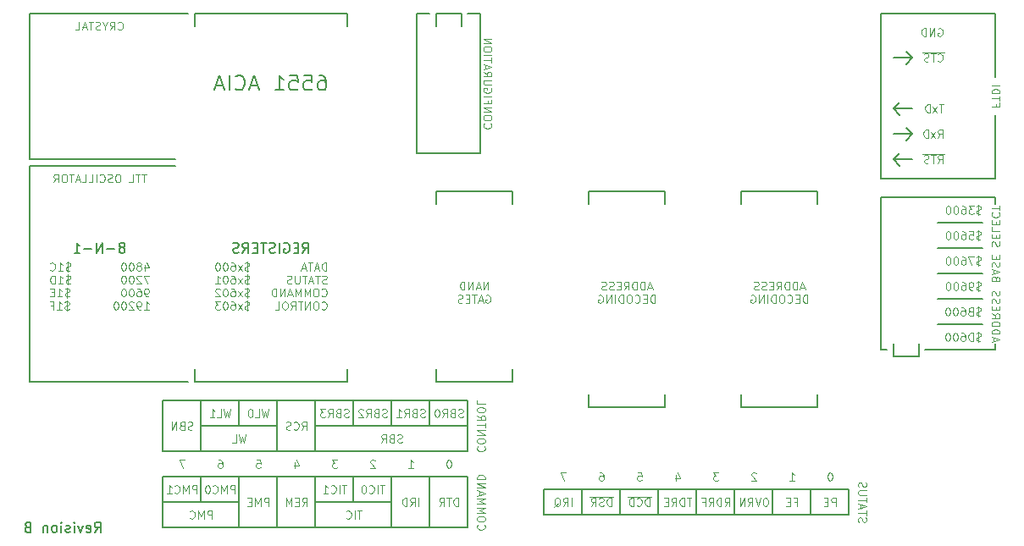
<source format=gbo>
G04 #@! TF.FileFunction,Legend,Bot*
%FSLAX46Y46*%
G04 Gerber Fmt 4.6, Leading zero omitted, Abs format (unit mm)*
G04 Created by KiCad (PCBNEW 4.0.7) date 01/25/20 16:08:00*
%MOMM*%
%LPD*%
G01*
G04 APERTURE LIST*
%ADD10C,0.100000*%
%ADD11C,0.200000*%
%ADD12C,0.150000*%
G04 APERTURE END LIST*
D10*
X141954286Y-104984046D02*
X141916190Y-105022141D01*
X141878095Y-105136427D01*
X141878095Y-105212617D01*
X141916190Y-105326903D01*
X141992381Y-105403094D01*
X142068571Y-105441189D01*
X142220952Y-105479284D01*
X142335238Y-105479284D01*
X142487619Y-105441189D01*
X142563810Y-105403094D01*
X142640000Y-105326903D01*
X142678095Y-105212617D01*
X142678095Y-105136427D01*
X142640000Y-105022141D01*
X142601905Y-104984046D01*
X142678095Y-104488808D02*
X142678095Y-104336427D01*
X142640000Y-104260236D01*
X142563810Y-104184046D01*
X142411429Y-104145951D01*
X142144762Y-104145951D01*
X141992381Y-104184046D01*
X141916190Y-104260236D01*
X141878095Y-104336427D01*
X141878095Y-104488808D01*
X141916190Y-104564998D01*
X141992381Y-104641189D01*
X142144762Y-104679284D01*
X142411429Y-104679284D01*
X142563810Y-104641189D01*
X142640000Y-104564998D01*
X142678095Y-104488808D01*
X141878095Y-103803094D02*
X142678095Y-103803094D01*
X141878095Y-103345951D01*
X142678095Y-103345951D01*
X142297143Y-102698332D02*
X142297143Y-102964999D01*
X141878095Y-102964999D02*
X142678095Y-102964999D01*
X142678095Y-102584046D01*
X141878095Y-102279285D02*
X142678095Y-102279285D01*
X142640000Y-101479285D02*
X142678095Y-101555476D01*
X142678095Y-101669761D01*
X142640000Y-101784047D01*
X142563810Y-101860238D01*
X142487619Y-101898333D01*
X142335238Y-101936428D01*
X142220952Y-101936428D01*
X142068571Y-101898333D01*
X141992381Y-101860238D01*
X141916190Y-101784047D01*
X141878095Y-101669761D01*
X141878095Y-101593571D01*
X141916190Y-101479285D01*
X141954286Y-101441190D01*
X142220952Y-101441190D01*
X142220952Y-101593571D01*
X142678095Y-101098333D02*
X142030476Y-101098333D01*
X141954286Y-101060238D01*
X141916190Y-101022142D01*
X141878095Y-100945952D01*
X141878095Y-100793571D01*
X141916190Y-100717380D01*
X141954286Y-100679285D01*
X142030476Y-100641190D01*
X142678095Y-100641190D01*
X141878095Y-99803095D02*
X142259048Y-100069762D01*
X141878095Y-100260238D02*
X142678095Y-100260238D01*
X142678095Y-99955476D01*
X142640000Y-99879285D01*
X142601905Y-99841190D01*
X142525714Y-99803095D01*
X142411429Y-99803095D01*
X142335238Y-99841190D01*
X142297143Y-99879285D01*
X142259048Y-99955476D01*
X142259048Y-100260238D01*
X142106667Y-99498333D02*
X142106667Y-99117381D01*
X141878095Y-99574524D02*
X142678095Y-99307857D01*
X141878095Y-99041190D01*
X142678095Y-98888810D02*
X142678095Y-98431667D01*
X141878095Y-98660238D02*
X142678095Y-98660238D01*
X141878095Y-98165000D02*
X142678095Y-98165000D01*
X142678095Y-97631667D02*
X142678095Y-97479286D01*
X142640000Y-97403095D01*
X142563810Y-97326905D01*
X142411429Y-97288810D01*
X142144762Y-97288810D01*
X141992381Y-97326905D01*
X141916190Y-97403095D01*
X141878095Y-97479286D01*
X141878095Y-97631667D01*
X141916190Y-97707857D01*
X141992381Y-97784048D01*
X142144762Y-97822143D01*
X142411429Y-97822143D01*
X142563810Y-97784048D01*
X142640000Y-97707857D01*
X142678095Y-97631667D01*
X141878095Y-96945953D02*
X142678095Y-96945953D01*
X141878095Y-96488810D01*
X142678095Y-96488810D01*
D11*
X136525000Y-93980000D02*
X135255000Y-93980000D01*
X141605000Y-93980000D02*
X140335000Y-93980000D01*
X139700000Y-93980000D02*
X139700000Y-95250000D01*
X137160000Y-93980000D02*
X139700000Y-93980000D01*
X137160000Y-95250000D02*
X137160000Y-93980000D01*
X135255000Y-107950000D02*
X135255000Y-93980000D01*
X141605000Y-107950000D02*
X135255000Y-107950000D01*
X141605000Y-93980000D02*
X141605000Y-107950000D01*
X186055000Y-127635000D02*
X187325000Y-127635000D01*
X181610000Y-127635000D02*
X182245000Y-127635000D01*
X185420000Y-128270000D02*
X185420000Y-127000000D01*
X182880000Y-128270000D02*
X185420000Y-128270000D01*
X182880000Y-127000000D02*
X182880000Y-128270000D01*
D10*
X150126666Y-139896905D02*
X149593333Y-139896905D01*
X149936190Y-140696905D01*
X153517619Y-139896905D02*
X153670000Y-139896905D01*
X153746190Y-139935000D01*
X153784285Y-139973095D01*
X153860476Y-140087381D01*
X153898571Y-140239762D01*
X153898571Y-140544524D01*
X153860476Y-140620714D01*
X153822381Y-140658810D01*
X153746190Y-140696905D01*
X153593809Y-140696905D01*
X153517619Y-140658810D01*
X153479523Y-140620714D01*
X153441428Y-140544524D01*
X153441428Y-140354048D01*
X153479523Y-140277857D01*
X153517619Y-140239762D01*
X153593809Y-140201667D01*
X153746190Y-140201667D01*
X153822381Y-140239762D01*
X153860476Y-140277857D01*
X153898571Y-140354048D01*
X157289523Y-139896905D02*
X157670476Y-139896905D01*
X157708571Y-140277857D01*
X157670476Y-140239762D01*
X157594285Y-140201667D01*
X157403809Y-140201667D01*
X157327619Y-140239762D01*
X157289523Y-140277857D01*
X157251428Y-140354048D01*
X157251428Y-140544524D01*
X157289523Y-140620714D01*
X157327619Y-140658810D01*
X157403809Y-140696905D01*
X157594285Y-140696905D01*
X157670476Y-140658810D01*
X157708571Y-140620714D01*
X161137619Y-140163571D02*
X161137619Y-140696905D01*
X161328095Y-139858810D02*
X161518571Y-140430238D01*
X161023333Y-140430238D01*
X165366666Y-139896905D02*
X164871428Y-139896905D01*
X165138095Y-140201667D01*
X165023809Y-140201667D01*
X164947619Y-140239762D01*
X164909523Y-140277857D01*
X164871428Y-140354048D01*
X164871428Y-140544524D01*
X164909523Y-140620714D01*
X164947619Y-140658810D01*
X165023809Y-140696905D01*
X165252381Y-140696905D01*
X165328571Y-140658810D01*
X165366666Y-140620714D01*
X169138571Y-139973095D02*
X169100476Y-139935000D01*
X169024285Y-139896905D01*
X168833809Y-139896905D01*
X168757619Y-139935000D01*
X168719523Y-139973095D01*
X168681428Y-140049286D01*
X168681428Y-140125476D01*
X168719523Y-140239762D01*
X169176666Y-140696905D01*
X168681428Y-140696905D01*
X172491428Y-140696905D02*
X172948571Y-140696905D01*
X172720000Y-140696905D02*
X172720000Y-139896905D01*
X172796190Y-140011190D01*
X172872381Y-140087381D01*
X172948571Y-140125476D01*
X176568095Y-139896905D02*
X176491904Y-139896905D01*
X176415714Y-139935000D01*
X176377619Y-139973095D01*
X176339523Y-140049286D01*
X176301428Y-140201667D01*
X176301428Y-140392143D01*
X176339523Y-140544524D01*
X176377619Y-140620714D01*
X176415714Y-140658810D01*
X176491904Y-140696905D01*
X176568095Y-140696905D01*
X176644285Y-140658810D01*
X176682381Y-140620714D01*
X176720476Y-140544524D01*
X176758571Y-140392143D01*
X176758571Y-140201667D01*
X176720476Y-140049286D01*
X176682381Y-139973095D01*
X176644285Y-139935000D01*
X176568095Y-139896905D01*
X112026666Y-138626905D02*
X111493333Y-138626905D01*
X111836190Y-139426905D01*
X115417619Y-138626905D02*
X115570000Y-138626905D01*
X115646190Y-138665000D01*
X115684285Y-138703095D01*
X115760476Y-138817381D01*
X115798571Y-138969762D01*
X115798571Y-139274524D01*
X115760476Y-139350714D01*
X115722381Y-139388810D01*
X115646190Y-139426905D01*
X115493809Y-139426905D01*
X115417619Y-139388810D01*
X115379523Y-139350714D01*
X115341428Y-139274524D01*
X115341428Y-139084048D01*
X115379523Y-139007857D01*
X115417619Y-138969762D01*
X115493809Y-138931667D01*
X115646190Y-138931667D01*
X115722381Y-138969762D01*
X115760476Y-139007857D01*
X115798571Y-139084048D01*
X119189523Y-138626905D02*
X119570476Y-138626905D01*
X119608571Y-139007857D01*
X119570476Y-138969762D01*
X119494285Y-138931667D01*
X119303809Y-138931667D01*
X119227619Y-138969762D01*
X119189523Y-139007857D01*
X119151428Y-139084048D01*
X119151428Y-139274524D01*
X119189523Y-139350714D01*
X119227619Y-139388810D01*
X119303809Y-139426905D01*
X119494285Y-139426905D01*
X119570476Y-139388810D01*
X119608571Y-139350714D01*
X123037619Y-138893571D02*
X123037619Y-139426905D01*
X123228095Y-138588810D02*
X123418571Y-139160238D01*
X122923333Y-139160238D01*
X127266666Y-138626905D02*
X126771428Y-138626905D01*
X127038095Y-138931667D01*
X126923809Y-138931667D01*
X126847619Y-138969762D01*
X126809523Y-139007857D01*
X126771428Y-139084048D01*
X126771428Y-139274524D01*
X126809523Y-139350714D01*
X126847619Y-139388810D01*
X126923809Y-139426905D01*
X127152381Y-139426905D01*
X127228571Y-139388810D01*
X127266666Y-139350714D01*
X131038571Y-138703095D02*
X131000476Y-138665000D01*
X130924285Y-138626905D01*
X130733809Y-138626905D01*
X130657619Y-138665000D01*
X130619523Y-138703095D01*
X130581428Y-138779286D01*
X130581428Y-138855476D01*
X130619523Y-138969762D01*
X131076666Y-139426905D01*
X130581428Y-139426905D01*
X134391428Y-139426905D02*
X134848571Y-139426905D01*
X134620000Y-139426905D02*
X134620000Y-138626905D01*
X134696190Y-138741190D01*
X134772381Y-138817381D01*
X134848571Y-138855476D01*
X138468095Y-138626905D02*
X138391904Y-138626905D01*
X138315714Y-138665000D01*
X138277619Y-138703095D01*
X138239523Y-138779286D01*
X138201428Y-138931667D01*
X138201428Y-139122143D01*
X138239523Y-139274524D01*
X138277619Y-139350714D01*
X138315714Y-139388810D01*
X138391904Y-139426905D01*
X138468095Y-139426905D01*
X138544285Y-139388810D01*
X138582381Y-139350714D01*
X138620476Y-139274524D01*
X138658571Y-139122143D01*
X138658571Y-138931667D01*
X138620476Y-138779286D01*
X138582381Y-138703095D01*
X138544285Y-138665000D01*
X138468095Y-138626905D01*
X179381190Y-144855952D02*
X179343095Y-144741666D01*
X179343095Y-144551190D01*
X179381190Y-144475000D01*
X179419286Y-144436904D01*
X179495476Y-144398809D01*
X179571667Y-144398809D01*
X179647857Y-144436904D01*
X179685952Y-144475000D01*
X179724048Y-144551190D01*
X179762143Y-144703571D01*
X179800238Y-144779762D01*
X179838333Y-144817857D01*
X179914524Y-144855952D01*
X179990714Y-144855952D01*
X180066905Y-144817857D01*
X180105000Y-144779762D01*
X180143095Y-144703571D01*
X180143095Y-144513095D01*
X180105000Y-144398809D01*
X180143095Y-144170238D02*
X180143095Y-143713095D01*
X179343095Y-143941666D02*
X180143095Y-143941666D01*
X179571667Y-143484523D02*
X179571667Y-143103571D01*
X179343095Y-143560714D02*
X180143095Y-143294047D01*
X179343095Y-143027380D01*
X180143095Y-142875000D02*
X180143095Y-142417857D01*
X179343095Y-142646428D02*
X180143095Y-142646428D01*
X180143095Y-142151190D02*
X179495476Y-142151190D01*
X179419286Y-142113095D01*
X179381190Y-142074999D01*
X179343095Y-141998809D01*
X179343095Y-141846428D01*
X179381190Y-141770237D01*
X179419286Y-141732142D01*
X179495476Y-141694047D01*
X180143095Y-141694047D01*
X179381190Y-141351190D02*
X179343095Y-141236904D01*
X179343095Y-141046428D01*
X179381190Y-140970238D01*
X179419286Y-140932142D01*
X179495476Y-140894047D01*
X179571667Y-140894047D01*
X179647857Y-140932142D01*
X179685952Y-140970238D01*
X179724048Y-141046428D01*
X179762143Y-141198809D01*
X179800238Y-141275000D01*
X179838333Y-141313095D01*
X179914524Y-141351190D01*
X179990714Y-141351190D01*
X180066905Y-141313095D01*
X180105000Y-141275000D01*
X180143095Y-141198809D01*
X180143095Y-141008333D01*
X180105000Y-140894047D01*
X141319286Y-137293095D02*
X141281190Y-137331190D01*
X141243095Y-137445476D01*
X141243095Y-137521666D01*
X141281190Y-137635952D01*
X141357381Y-137712143D01*
X141433571Y-137750238D01*
X141585952Y-137788333D01*
X141700238Y-137788333D01*
X141852619Y-137750238D01*
X141928810Y-137712143D01*
X142005000Y-137635952D01*
X142043095Y-137521666D01*
X142043095Y-137445476D01*
X142005000Y-137331190D01*
X141966905Y-137293095D01*
X142043095Y-136797857D02*
X142043095Y-136645476D01*
X142005000Y-136569285D01*
X141928810Y-136493095D01*
X141776429Y-136455000D01*
X141509762Y-136455000D01*
X141357381Y-136493095D01*
X141281190Y-136569285D01*
X141243095Y-136645476D01*
X141243095Y-136797857D01*
X141281190Y-136874047D01*
X141357381Y-136950238D01*
X141509762Y-136988333D01*
X141776429Y-136988333D01*
X141928810Y-136950238D01*
X142005000Y-136874047D01*
X142043095Y-136797857D01*
X141243095Y-136112143D02*
X142043095Y-136112143D01*
X141243095Y-135655000D01*
X142043095Y-135655000D01*
X142043095Y-135388334D02*
X142043095Y-134931191D01*
X141243095Y-135159762D02*
X142043095Y-135159762D01*
X141243095Y-134207381D02*
X141624048Y-134474048D01*
X141243095Y-134664524D02*
X142043095Y-134664524D01*
X142043095Y-134359762D01*
X142005000Y-134283571D01*
X141966905Y-134245476D01*
X141890714Y-134207381D01*
X141776429Y-134207381D01*
X141700238Y-134245476D01*
X141662143Y-134283571D01*
X141624048Y-134359762D01*
X141624048Y-134664524D01*
X142043095Y-133712143D02*
X142043095Y-133559762D01*
X142005000Y-133483571D01*
X141928810Y-133407381D01*
X141776429Y-133369286D01*
X141509762Y-133369286D01*
X141357381Y-133407381D01*
X141281190Y-133483571D01*
X141243095Y-133559762D01*
X141243095Y-133712143D01*
X141281190Y-133788333D01*
X141357381Y-133864524D01*
X141509762Y-133902619D01*
X141776429Y-133902619D01*
X141928810Y-133864524D01*
X142005000Y-133788333D01*
X142043095Y-133712143D01*
X141243095Y-132645476D02*
X141243095Y-133026429D01*
X142043095Y-133026429D01*
X141319286Y-145122619D02*
X141281190Y-145160714D01*
X141243095Y-145275000D01*
X141243095Y-145351190D01*
X141281190Y-145465476D01*
X141357381Y-145541667D01*
X141433571Y-145579762D01*
X141585952Y-145617857D01*
X141700238Y-145617857D01*
X141852619Y-145579762D01*
X141928810Y-145541667D01*
X142005000Y-145465476D01*
X142043095Y-145351190D01*
X142043095Y-145275000D01*
X142005000Y-145160714D01*
X141966905Y-145122619D01*
X142043095Y-144627381D02*
X142043095Y-144475000D01*
X142005000Y-144398809D01*
X141928810Y-144322619D01*
X141776429Y-144284524D01*
X141509762Y-144284524D01*
X141357381Y-144322619D01*
X141281190Y-144398809D01*
X141243095Y-144475000D01*
X141243095Y-144627381D01*
X141281190Y-144703571D01*
X141357381Y-144779762D01*
X141509762Y-144817857D01*
X141776429Y-144817857D01*
X141928810Y-144779762D01*
X142005000Y-144703571D01*
X142043095Y-144627381D01*
X141243095Y-143941667D02*
X142043095Y-143941667D01*
X141471667Y-143675000D01*
X142043095Y-143408333D01*
X141243095Y-143408333D01*
X141243095Y-143027381D02*
X142043095Y-143027381D01*
X141471667Y-142760714D01*
X142043095Y-142494047D01*
X141243095Y-142494047D01*
X141471667Y-142151190D02*
X141471667Y-141770238D01*
X141243095Y-142227381D02*
X142043095Y-141960714D01*
X141243095Y-141694047D01*
X141243095Y-141427381D02*
X142043095Y-141427381D01*
X141243095Y-140970238D01*
X142043095Y-140970238D01*
X141243095Y-140589286D02*
X142043095Y-140589286D01*
X142043095Y-140398810D01*
X142005000Y-140284524D01*
X141928810Y-140208333D01*
X141852619Y-140170238D01*
X141700238Y-140132143D01*
X141585952Y-140132143D01*
X141433571Y-140170238D01*
X141357381Y-140208333D01*
X141281190Y-140284524D01*
X141243095Y-140398810D01*
X141243095Y-140589286D01*
X139344286Y-143236905D02*
X139344286Y-142436905D01*
X139153810Y-142436905D01*
X139039524Y-142475000D01*
X138963333Y-142551190D01*
X138925238Y-142627381D01*
X138887143Y-142779762D01*
X138887143Y-142894048D01*
X138925238Y-143046429D01*
X138963333Y-143122619D01*
X139039524Y-143198810D01*
X139153810Y-143236905D01*
X139344286Y-143236905D01*
X138658572Y-142436905D02*
X138201429Y-142436905D01*
X138430000Y-143236905D02*
X138430000Y-142436905D01*
X137477619Y-143236905D02*
X137744286Y-142855952D01*
X137934762Y-143236905D02*
X137934762Y-142436905D01*
X137630000Y-142436905D01*
X137553809Y-142475000D01*
X137515714Y-142513095D01*
X137477619Y-142589286D01*
X137477619Y-142703571D01*
X137515714Y-142779762D01*
X137553809Y-142817857D01*
X137630000Y-142855952D01*
X137934762Y-142855952D01*
X135420000Y-143236905D02*
X135420000Y-142436905D01*
X134581905Y-143236905D02*
X134848572Y-142855952D01*
X135039048Y-143236905D02*
X135039048Y-142436905D01*
X134734286Y-142436905D01*
X134658095Y-142475000D01*
X134620000Y-142513095D01*
X134581905Y-142589286D01*
X134581905Y-142703571D01*
X134620000Y-142779762D01*
X134658095Y-142817857D01*
X134734286Y-142855952D01*
X135039048Y-142855952D01*
X134239048Y-143236905D02*
X134239048Y-142436905D01*
X134048572Y-142436905D01*
X133934286Y-142475000D01*
X133858095Y-142551190D01*
X133820000Y-142627381D01*
X133781905Y-142779762D01*
X133781905Y-142894048D01*
X133820000Y-143046429D01*
X133858095Y-143122619D01*
X133934286Y-143198810D01*
X134048572Y-143236905D01*
X134239048Y-143236905D01*
X128200000Y-141166905D02*
X127742857Y-141166905D01*
X127971428Y-141966905D02*
X127971428Y-141166905D01*
X127476190Y-141966905D02*
X127476190Y-141166905D01*
X126638095Y-141890714D02*
X126676190Y-141928810D01*
X126790476Y-141966905D01*
X126866666Y-141966905D01*
X126980952Y-141928810D01*
X127057143Y-141852619D01*
X127095238Y-141776429D01*
X127133333Y-141624048D01*
X127133333Y-141509762D01*
X127095238Y-141357381D01*
X127057143Y-141281190D01*
X126980952Y-141205000D01*
X126866666Y-141166905D01*
X126790476Y-141166905D01*
X126676190Y-141205000D01*
X126638095Y-141243095D01*
X125876190Y-141966905D02*
X126333333Y-141966905D01*
X126104762Y-141966905D02*
X126104762Y-141166905D01*
X126180952Y-141281190D01*
X126257143Y-141357381D01*
X126333333Y-141395476D01*
X132010000Y-141166905D02*
X131552857Y-141166905D01*
X131781428Y-141966905D02*
X131781428Y-141166905D01*
X131286190Y-141966905D02*
X131286190Y-141166905D01*
X130448095Y-141890714D02*
X130486190Y-141928810D01*
X130600476Y-141966905D01*
X130676666Y-141966905D01*
X130790952Y-141928810D01*
X130867143Y-141852619D01*
X130905238Y-141776429D01*
X130943333Y-141624048D01*
X130943333Y-141509762D01*
X130905238Y-141357381D01*
X130867143Y-141281190D01*
X130790952Y-141205000D01*
X130676666Y-141166905D01*
X130600476Y-141166905D01*
X130486190Y-141205000D01*
X130448095Y-141243095D01*
X129952857Y-141166905D02*
X129876666Y-141166905D01*
X129800476Y-141205000D01*
X129762381Y-141243095D01*
X129724285Y-141319286D01*
X129686190Y-141471667D01*
X129686190Y-141662143D01*
X129724285Y-141814524D01*
X129762381Y-141890714D01*
X129800476Y-141928810D01*
X129876666Y-141966905D01*
X129952857Y-141966905D01*
X130029047Y-141928810D01*
X130067143Y-141890714D01*
X130105238Y-141814524D01*
X130143333Y-141662143D01*
X130143333Y-141471667D01*
X130105238Y-141319286D01*
X130067143Y-141243095D01*
X130029047Y-141205000D01*
X129952857Y-141166905D01*
X129724048Y-143706905D02*
X129266905Y-143706905D01*
X129495476Y-144506905D02*
X129495476Y-143706905D01*
X129000238Y-144506905D02*
X129000238Y-143706905D01*
X128162143Y-144430714D02*
X128200238Y-144468810D01*
X128314524Y-144506905D01*
X128390714Y-144506905D01*
X128505000Y-144468810D01*
X128581191Y-144392619D01*
X128619286Y-144316429D01*
X128657381Y-144164048D01*
X128657381Y-144049762D01*
X128619286Y-143897381D01*
X128581191Y-143821190D01*
X128505000Y-143745000D01*
X128390714Y-143706905D01*
X128314524Y-143706905D01*
X128200238Y-143745000D01*
X128162143Y-143783095D01*
X123761429Y-143236905D02*
X124028096Y-142855952D01*
X124218572Y-143236905D02*
X124218572Y-142436905D01*
X123913810Y-142436905D01*
X123837619Y-142475000D01*
X123799524Y-142513095D01*
X123761429Y-142589286D01*
X123761429Y-142703571D01*
X123799524Y-142779762D01*
X123837619Y-142817857D01*
X123913810Y-142855952D01*
X124218572Y-142855952D01*
X123418572Y-142817857D02*
X123151905Y-142817857D01*
X123037619Y-143236905D02*
X123418572Y-143236905D01*
X123418572Y-142436905D01*
X123037619Y-142436905D01*
X122694762Y-143236905D02*
X122694762Y-142436905D01*
X122428095Y-143008333D01*
X122161428Y-142436905D01*
X122161428Y-143236905D01*
X120408572Y-143236905D02*
X120408572Y-142436905D01*
X120103810Y-142436905D01*
X120027619Y-142475000D01*
X119989524Y-142513095D01*
X119951429Y-142589286D01*
X119951429Y-142703571D01*
X119989524Y-142779762D01*
X120027619Y-142817857D01*
X120103810Y-142855952D01*
X120408572Y-142855952D01*
X119608572Y-143236905D02*
X119608572Y-142436905D01*
X119341905Y-143008333D01*
X119075238Y-142436905D01*
X119075238Y-143236905D01*
X118694286Y-142817857D02*
X118427619Y-142817857D01*
X118313333Y-143236905D02*
X118694286Y-143236905D01*
X118694286Y-142436905D01*
X118313333Y-142436905D01*
X113207619Y-141966905D02*
X113207619Y-141166905D01*
X112902857Y-141166905D01*
X112826666Y-141205000D01*
X112788571Y-141243095D01*
X112750476Y-141319286D01*
X112750476Y-141433571D01*
X112788571Y-141509762D01*
X112826666Y-141547857D01*
X112902857Y-141585952D01*
X113207619Y-141585952D01*
X112407619Y-141966905D02*
X112407619Y-141166905D01*
X112140952Y-141738333D01*
X111874285Y-141166905D01*
X111874285Y-141966905D01*
X111036190Y-141890714D02*
X111074285Y-141928810D01*
X111188571Y-141966905D01*
X111264761Y-141966905D01*
X111379047Y-141928810D01*
X111455238Y-141852619D01*
X111493333Y-141776429D01*
X111531428Y-141624048D01*
X111531428Y-141509762D01*
X111493333Y-141357381D01*
X111455238Y-141281190D01*
X111379047Y-141205000D01*
X111264761Y-141166905D01*
X111188571Y-141166905D01*
X111074285Y-141205000D01*
X111036190Y-141243095D01*
X110274285Y-141966905D02*
X110731428Y-141966905D01*
X110502857Y-141966905D02*
X110502857Y-141166905D01*
X110579047Y-141281190D01*
X110655238Y-141357381D01*
X110731428Y-141395476D01*
X117017619Y-141966905D02*
X117017619Y-141166905D01*
X116712857Y-141166905D01*
X116636666Y-141205000D01*
X116598571Y-141243095D01*
X116560476Y-141319286D01*
X116560476Y-141433571D01*
X116598571Y-141509762D01*
X116636666Y-141547857D01*
X116712857Y-141585952D01*
X117017619Y-141585952D01*
X116217619Y-141966905D02*
X116217619Y-141166905D01*
X115950952Y-141738333D01*
X115684285Y-141166905D01*
X115684285Y-141966905D01*
X114846190Y-141890714D02*
X114884285Y-141928810D01*
X114998571Y-141966905D01*
X115074761Y-141966905D01*
X115189047Y-141928810D01*
X115265238Y-141852619D01*
X115303333Y-141776429D01*
X115341428Y-141624048D01*
X115341428Y-141509762D01*
X115303333Y-141357381D01*
X115265238Y-141281190D01*
X115189047Y-141205000D01*
X115074761Y-141166905D01*
X114998571Y-141166905D01*
X114884285Y-141205000D01*
X114846190Y-141243095D01*
X114350952Y-141166905D02*
X114274761Y-141166905D01*
X114198571Y-141205000D01*
X114160476Y-141243095D01*
X114122380Y-141319286D01*
X114084285Y-141471667D01*
X114084285Y-141662143D01*
X114122380Y-141814524D01*
X114160476Y-141890714D01*
X114198571Y-141928810D01*
X114274761Y-141966905D01*
X114350952Y-141966905D01*
X114427142Y-141928810D01*
X114465238Y-141890714D01*
X114503333Y-141814524D01*
X114541428Y-141662143D01*
X114541428Y-141471667D01*
X114503333Y-141319286D01*
X114465238Y-141243095D01*
X114427142Y-141205000D01*
X114350952Y-141166905D01*
X114731667Y-144506905D02*
X114731667Y-143706905D01*
X114426905Y-143706905D01*
X114350714Y-143745000D01*
X114312619Y-143783095D01*
X114274524Y-143859286D01*
X114274524Y-143973571D01*
X114312619Y-144049762D01*
X114350714Y-144087857D01*
X114426905Y-144125952D01*
X114731667Y-144125952D01*
X113931667Y-144506905D02*
X113931667Y-143706905D01*
X113665000Y-144278333D01*
X113398333Y-143706905D01*
X113398333Y-144506905D01*
X112560238Y-144430714D02*
X112598333Y-144468810D01*
X112712619Y-144506905D01*
X112788809Y-144506905D01*
X112903095Y-144468810D01*
X112979286Y-144392619D01*
X113017381Y-144316429D01*
X113055476Y-144164048D01*
X113055476Y-144049762D01*
X113017381Y-143897381D01*
X112979286Y-143821190D01*
X112903095Y-143745000D01*
X112788809Y-143706905D01*
X112712619Y-143706905D01*
X112598333Y-143745000D01*
X112560238Y-143783095D01*
D11*
X113665000Y-142875000D02*
X113665000Y-140335000D01*
X109855000Y-142875000D02*
X117475000Y-142875000D01*
X117475000Y-145415000D02*
X117475000Y-140335000D01*
X121285000Y-145415000D02*
X121285000Y-140335000D01*
X128905000Y-142875000D02*
X128905000Y-140335000D01*
X125095000Y-142875000D02*
X132715000Y-142875000D01*
X125095000Y-145415000D02*
X125095000Y-140335000D01*
X132715000Y-145415000D02*
X132715000Y-140335000D01*
X136525000Y-145415000D02*
X136525000Y-140335000D01*
X174625000Y-144145000D02*
X174625000Y-141605000D01*
X170815000Y-144145000D02*
X170815000Y-141605000D01*
X167005000Y-144145000D02*
X167005000Y-141605000D01*
X163195000Y-144145000D02*
X163195000Y-141605000D01*
X159385000Y-144145000D02*
X159385000Y-141605000D01*
X155575000Y-144145000D02*
X155575000Y-141605000D01*
X151765000Y-144145000D02*
X151765000Y-141605000D01*
X109855000Y-140335000D02*
X109855000Y-145415000D01*
X140335000Y-140335000D02*
X109855000Y-140335000D01*
X140335000Y-145415000D02*
X140335000Y-140335000D01*
X109855000Y-145415000D02*
X140335000Y-145415000D01*
D10*
X150679047Y-143236905D02*
X150679047Y-142436905D01*
X149840952Y-143236905D02*
X150107619Y-142855952D01*
X150298095Y-143236905D02*
X150298095Y-142436905D01*
X149993333Y-142436905D01*
X149917142Y-142475000D01*
X149879047Y-142513095D01*
X149840952Y-142589286D01*
X149840952Y-142703571D01*
X149879047Y-142779762D01*
X149917142Y-142817857D01*
X149993333Y-142855952D01*
X150298095Y-142855952D01*
X148964761Y-143313095D02*
X149040952Y-143275000D01*
X149117142Y-143198810D01*
X149231428Y-143084524D01*
X149307619Y-143046429D01*
X149383809Y-143046429D01*
X149345714Y-143236905D02*
X149421904Y-143198810D01*
X149498095Y-143122619D01*
X149536190Y-142970238D01*
X149536190Y-142703571D01*
X149498095Y-142551190D01*
X149421904Y-142475000D01*
X149345714Y-142436905D01*
X149193333Y-142436905D01*
X149117142Y-142475000D01*
X149040952Y-142551190D01*
X149002857Y-142703571D01*
X149002857Y-142970238D01*
X149040952Y-143122619D01*
X149117142Y-143198810D01*
X149193333Y-143236905D01*
X149345714Y-143236905D01*
X154660476Y-143236905D02*
X154660476Y-142436905D01*
X154470000Y-142436905D01*
X154355714Y-142475000D01*
X154279523Y-142551190D01*
X154241428Y-142627381D01*
X154203333Y-142779762D01*
X154203333Y-142894048D01*
X154241428Y-143046429D01*
X154279523Y-143122619D01*
X154355714Y-143198810D01*
X154470000Y-143236905D01*
X154660476Y-143236905D01*
X153898571Y-143198810D02*
X153784285Y-143236905D01*
X153593809Y-143236905D01*
X153517619Y-143198810D01*
X153479523Y-143160714D01*
X153441428Y-143084524D01*
X153441428Y-143008333D01*
X153479523Y-142932143D01*
X153517619Y-142894048D01*
X153593809Y-142855952D01*
X153746190Y-142817857D01*
X153822381Y-142779762D01*
X153860476Y-142741667D01*
X153898571Y-142665476D01*
X153898571Y-142589286D01*
X153860476Y-142513095D01*
X153822381Y-142475000D01*
X153746190Y-142436905D01*
X153555714Y-142436905D01*
X153441428Y-142475000D01*
X152641428Y-143236905D02*
X152908095Y-142855952D01*
X153098571Y-143236905D02*
X153098571Y-142436905D01*
X152793809Y-142436905D01*
X152717618Y-142475000D01*
X152679523Y-142513095D01*
X152641428Y-142589286D01*
X152641428Y-142703571D01*
X152679523Y-142779762D01*
X152717618Y-142817857D01*
X152793809Y-142855952D01*
X153098571Y-142855952D01*
X154850952Y-142299000D02*
X152489047Y-142299000D01*
X158489524Y-143236905D02*
X158489524Y-142436905D01*
X158299048Y-142436905D01*
X158184762Y-142475000D01*
X158108571Y-142551190D01*
X158070476Y-142627381D01*
X158032381Y-142779762D01*
X158032381Y-142894048D01*
X158070476Y-143046429D01*
X158108571Y-143122619D01*
X158184762Y-143198810D01*
X158299048Y-143236905D01*
X158489524Y-143236905D01*
X157232381Y-143160714D02*
X157270476Y-143198810D01*
X157384762Y-143236905D01*
X157460952Y-143236905D01*
X157575238Y-143198810D01*
X157651429Y-143122619D01*
X157689524Y-143046429D01*
X157727619Y-142894048D01*
X157727619Y-142779762D01*
X157689524Y-142627381D01*
X157651429Y-142551190D01*
X157575238Y-142475000D01*
X157460952Y-142436905D01*
X157384762Y-142436905D01*
X157270476Y-142475000D01*
X157232381Y-142513095D01*
X156889524Y-143236905D02*
X156889524Y-142436905D01*
X156699048Y-142436905D01*
X156584762Y-142475000D01*
X156508571Y-142551190D01*
X156470476Y-142627381D01*
X156432381Y-142779762D01*
X156432381Y-142894048D01*
X156470476Y-143046429D01*
X156508571Y-143122619D01*
X156584762Y-143198810D01*
X156699048Y-143236905D01*
X156889524Y-143236905D01*
X158680000Y-142299000D02*
X156280000Y-142299000D01*
X162680477Y-142436905D02*
X162223334Y-142436905D01*
X162451905Y-143236905D02*
X162451905Y-142436905D01*
X161956667Y-143236905D02*
X161956667Y-142436905D01*
X161766191Y-142436905D01*
X161651905Y-142475000D01*
X161575714Y-142551190D01*
X161537619Y-142627381D01*
X161499524Y-142779762D01*
X161499524Y-142894048D01*
X161537619Y-143046429D01*
X161575714Y-143122619D01*
X161651905Y-143198810D01*
X161766191Y-143236905D01*
X161956667Y-143236905D01*
X160699524Y-143236905D02*
X160966191Y-142855952D01*
X161156667Y-143236905D02*
X161156667Y-142436905D01*
X160851905Y-142436905D01*
X160775714Y-142475000D01*
X160737619Y-142513095D01*
X160699524Y-142589286D01*
X160699524Y-142703571D01*
X160737619Y-142779762D01*
X160775714Y-142817857D01*
X160851905Y-142855952D01*
X161156667Y-142855952D01*
X160356667Y-142817857D02*
X160090000Y-142817857D01*
X159975714Y-143236905D02*
X160356667Y-143236905D01*
X160356667Y-142436905D01*
X159975714Y-142436905D01*
X165995238Y-143236905D02*
X166261905Y-142855952D01*
X166452381Y-143236905D02*
X166452381Y-142436905D01*
X166147619Y-142436905D01*
X166071428Y-142475000D01*
X166033333Y-142513095D01*
X165995238Y-142589286D01*
X165995238Y-142703571D01*
X166033333Y-142779762D01*
X166071428Y-142817857D01*
X166147619Y-142855952D01*
X166452381Y-142855952D01*
X165652381Y-143236905D02*
X165652381Y-142436905D01*
X165461905Y-142436905D01*
X165347619Y-142475000D01*
X165271428Y-142551190D01*
X165233333Y-142627381D01*
X165195238Y-142779762D01*
X165195238Y-142894048D01*
X165233333Y-143046429D01*
X165271428Y-143122619D01*
X165347619Y-143198810D01*
X165461905Y-143236905D01*
X165652381Y-143236905D01*
X164395238Y-143236905D02*
X164661905Y-142855952D01*
X164852381Y-143236905D02*
X164852381Y-142436905D01*
X164547619Y-142436905D01*
X164471428Y-142475000D01*
X164433333Y-142513095D01*
X164395238Y-142589286D01*
X164395238Y-142703571D01*
X164433333Y-142779762D01*
X164471428Y-142817857D01*
X164547619Y-142855952D01*
X164852381Y-142855952D01*
X163785714Y-142817857D02*
X164052381Y-142817857D01*
X164052381Y-143236905D02*
X164052381Y-142436905D01*
X163671428Y-142436905D01*
X170148095Y-142436905D02*
X169995714Y-142436905D01*
X169919523Y-142475000D01*
X169843333Y-142551190D01*
X169805238Y-142703571D01*
X169805238Y-142970238D01*
X169843333Y-143122619D01*
X169919523Y-143198810D01*
X169995714Y-143236905D01*
X170148095Y-143236905D01*
X170224285Y-143198810D01*
X170300476Y-143122619D01*
X170338571Y-142970238D01*
X170338571Y-142703571D01*
X170300476Y-142551190D01*
X170224285Y-142475000D01*
X170148095Y-142436905D01*
X169576667Y-142436905D02*
X169310000Y-143236905D01*
X169043333Y-142436905D01*
X168319524Y-143236905D02*
X168586191Y-142855952D01*
X168776667Y-143236905D02*
X168776667Y-142436905D01*
X168471905Y-142436905D01*
X168395714Y-142475000D01*
X168357619Y-142513095D01*
X168319524Y-142589286D01*
X168319524Y-142703571D01*
X168357619Y-142779762D01*
X168395714Y-142817857D01*
X168471905Y-142855952D01*
X168776667Y-142855952D01*
X167976667Y-143236905D02*
X167976667Y-142436905D01*
X167519524Y-143236905D01*
X167519524Y-142436905D01*
X172967619Y-142817857D02*
X173234286Y-142817857D01*
X173234286Y-143236905D02*
X173234286Y-142436905D01*
X172853333Y-142436905D01*
X172548572Y-142817857D02*
X172281905Y-142817857D01*
X172167619Y-143236905D02*
X172548572Y-143236905D01*
X172548572Y-142436905D01*
X172167619Y-142436905D01*
X177101429Y-143236905D02*
X177101429Y-142436905D01*
X176796667Y-142436905D01*
X176720476Y-142475000D01*
X176682381Y-142513095D01*
X176644286Y-142589286D01*
X176644286Y-142703571D01*
X176682381Y-142779762D01*
X176720476Y-142817857D01*
X176796667Y-142855952D01*
X177101429Y-142855952D01*
X176301429Y-142817857D02*
X176034762Y-142817857D01*
X175920476Y-143236905D02*
X176301429Y-143236905D01*
X176301429Y-142436905D01*
X175920476Y-142436905D01*
D11*
X178435000Y-141605000D02*
X178435000Y-144145000D01*
X147955000Y-141605000D02*
X178435000Y-141605000D01*
X147955000Y-144145000D02*
X147955000Y-141605000D01*
X178435000Y-144145000D02*
X147955000Y-144145000D01*
X113665000Y-137795000D02*
X109855000Y-137795000D01*
X109855000Y-132715000D02*
X113665000Y-132715000D01*
X109855000Y-137795000D02*
X109855000Y-132715000D01*
X113665000Y-137795000D02*
X113665000Y-135255000D01*
X121285000Y-137795000D02*
X113665000Y-137795000D01*
X113665000Y-132715000D02*
X117475000Y-132715000D01*
X113665000Y-135255000D02*
X113665000Y-132715000D01*
X117475000Y-135255000D02*
X113665000Y-135255000D01*
X117475000Y-135255000D02*
X117475000Y-132715000D01*
X121285000Y-135255000D02*
X117475000Y-135255000D01*
X117475000Y-132715000D02*
X121285000Y-132715000D01*
X125095000Y-137795000D02*
X121285000Y-137795000D01*
X121285000Y-132715000D02*
X125095000Y-132715000D01*
X121285000Y-137795000D02*
X121285000Y-132715000D01*
X125095000Y-137795000D02*
X125095000Y-135255000D01*
X140335000Y-137795000D02*
X125095000Y-137795000D01*
X140335000Y-135255000D02*
X140335000Y-137795000D01*
D10*
X133743571Y-136848810D02*
X133629285Y-136886905D01*
X133438809Y-136886905D01*
X133362619Y-136848810D01*
X133324523Y-136810714D01*
X133286428Y-136734524D01*
X133286428Y-136658333D01*
X133324523Y-136582143D01*
X133362619Y-136544048D01*
X133438809Y-136505952D01*
X133591190Y-136467857D01*
X133667381Y-136429762D01*
X133705476Y-136391667D01*
X133743571Y-136315476D01*
X133743571Y-136239286D01*
X133705476Y-136163095D01*
X133667381Y-136125000D01*
X133591190Y-136086905D01*
X133400714Y-136086905D01*
X133286428Y-136125000D01*
X132676904Y-136467857D02*
X132562618Y-136505952D01*
X132524523Y-136544048D01*
X132486428Y-136620238D01*
X132486428Y-136734524D01*
X132524523Y-136810714D01*
X132562618Y-136848810D01*
X132638809Y-136886905D01*
X132943571Y-136886905D01*
X132943571Y-136086905D01*
X132676904Y-136086905D01*
X132600714Y-136125000D01*
X132562618Y-136163095D01*
X132524523Y-136239286D01*
X132524523Y-136315476D01*
X132562618Y-136391667D01*
X132600714Y-136429762D01*
X132676904Y-136467857D01*
X132943571Y-136467857D01*
X131686428Y-136886905D02*
X131953095Y-136505952D01*
X132143571Y-136886905D02*
X132143571Y-136086905D01*
X131838809Y-136086905D01*
X131762618Y-136125000D01*
X131724523Y-136163095D01*
X131686428Y-136239286D01*
X131686428Y-136353571D01*
X131724523Y-136429762D01*
X131762618Y-136467857D01*
X131838809Y-136505952D01*
X132143571Y-136505952D01*
D11*
X128905000Y-135255000D02*
X128905000Y-132715000D01*
X132715000Y-135255000D02*
X132715000Y-132715000D01*
X136525000Y-132715000D02*
X136525000Y-135255000D01*
X125095000Y-132715000D02*
X125095000Y-135255000D01*
X140335000Y-132715000D02*
X125095000Y-132715000D01*
X140335000Y-135255000D02*
X140335000Y-132715000D01*
X125095000Y-135255000D02*
X140335000Y-135255000D01*
D10*
X139839524Y-134308810D02*
X139725238Y-134346905D01*
X139534762Y-134346905D01*
X139458572Y-134308810D01*
X139420476Y-134270714D01*
X139382381Y-134194524D01*
X139382381Y-134118333D01*
X139420476Y-134042143D01*
X139458572Y-134004048D01*
X139534762Y-133965952D01*
X139687143Y-133927857D01*
X139763334Y-133889762D01*
X139801429Y-133851667D01*
X139839524Y-133775476D01*
X139839524Y-133699286D01*
X139801429Y-133623095D01*
X139763334Y-133585000D01*
X139687143Y-133546905D01*
X139496667Y-133546905D01*
X139382381Y-133585000D01*
X138772857Y-133927857D02*
X138658571Y-133965952D01*
X138620476Y-134004048D01*
X138582381Y-134080238D01*
X138582381Y-134194524D01*
X138620476Y-134270714D01*
X138658571Y-134308810D01*
X138734762Y-134346905D01*
X139039524Y-134346905D01*
X139039524Y-133546905D01*
X138772857Y-133546905D01*
X138696667Y-133585000D01*
X138658571Y-133623095D01*
X138620476Y-133699286D01*
X138620476Y-133775476D01*
X138658571Y-133851667D01*
X138696667Y-133889762D01*
X138772857Y-133927857D01*
X139039524Y-133927857D01*
X137782381Y-134346905D02*
X138049048Y-133965952D01*
X138239524Y-134346905D02*
X138239524Y-133546905D01*
X137934762Y-133546905D01*
X137858571Y-133585000D01*
X137820476Y-133623095D01*
X137782381Y-133699286D01*
X137782381Y-133813571D01*
X137820476Y-133889762D01*
X137858571Y-133927857D01*
X137934762Y-133965952D01*
X138239524Y-133965952D01*
X137287143Y-133546905D02*
X137210952Y-133546905D01*
X137134762Y-133585000D01*
X137096667Y-133623095D01*
X137058571Y-133699286D01*
X137020476Y-133851667D01*
X137020476Y-134042143D01*
X137058571Y-134194524D01*
X137096667Y-134270714D01*
X137134762Y-134308810D01*
X137210952Y-134346905D01*
X137287143Y-134346905D01*
X137363333Y-134308810D01*
X137401429Y-134270714D01*
X137439524Y-134194524D01*
X137477619Y-134042143D01*
X137477619Y-133851667D01*
X137439524Y-133699286D01*
X137401429Y-133623095D01*
X137363333Y-133585000D01*
X137287143Y-133546905D01*
X136029524Y-134308810D02*
X135915238Y-134346905D01*
X135724762Y-134346905D01*
X135648572Y-134308810D01*
X135610476Y-134270714D01*
X135572381Y-134194524D01*
X135572381Y-134118333D01*
X135610476Y-134042143D01*
X135648572Y-134004048D01*
X135724762Y-133965952D01*
X135877143Y-133927857D01*
X135953334Y-133889762D01*
X135991429Y-133851667D01*
X136029524Y-133775476D01*
X136029524Y-133699286D01*
X135991429Y-133623095D01*
X135953334Y-133585000D01*
X135877143Y-133546905D01*
X135686667Y-133546905D01*
X135572381Y-133585000D01*
X134962857Y-133927857D02*
X134848571Y-133965952D01*
X134810476Y-134004048D01*
X134772381Y-134080238D01*
X134772381Y-134194524D01*
X134810476Y-134270714D01*
X134848571Y-134308810D01*
X134924762Y-134346905D01*
X135229524Y-134346905D01*
X135229524Y-133546905D01*
X134962857Y-133546905D01*
X134886667Y-133585000D01*
X134848571Y-133623095D01*
X134810476Y-133699286D01*
X134810476Y-133775476D01*
X134848571Y-133851667D01*
X134886667Y-133889762D01*
X134962857Y-133927857D01*
X135229524Y-133927857D01*
X133972381Y-134346905D02*
X134239048Y-133965952D01*
X134429524Y-134346905D02*
X134429524Y-133546905D01*
X134124762Y-133546905D01*
X134048571Y-133585000D01*
X134010476Y-133623095D01*
X133972381Y-133699286D01*
X133972381Y-133813571D01*
X134010476Y-133889762D01*
X134048571Y-133927857D01*
X134124762Y-133965952D01*
X134429524Y-133965952D01*
X133210476Y-134346905D02*
X133667619Y-134346905D01*
X133439048Y-134346905D02*
X133439048Y-133546905D01*
X133515238Y-133661190D01*
X133591429Y-133737381D01*
X133667619Y-133775476D01*
X132219524Y-134308810D02*
X132105238Y-134346905D01*
X131914762Y-134346905D01*
X131838572Y-134308810D01*
X131800476Y-134270714D01*
X131762381Y-134194524D01*
X131762381Y-134118333D01*
X131800476Y-134042143D01*
X131838572Y-134004048D01*
X131914762Y-133965952D01*
X132067143Y-133927857D01*
X132143334Y-133889762D01*
X132181429Y-133851667D01*
X132219524Y-133775476D01*
X132219524Y-133699286D01*
X132181429Y-133623095D01*
X132143334Y-133585000D01*
X132067143Y-133546905D01*
X131876667Y-133546905D01*
X131762381Y-133585000D01*
X131152857Y-133927857D02*
X131038571Y-133965952D01*
X131000476Y-134004048D01*
X130962381Y-134080238D01*
X130962381Y-134194524D01*
X131000476Y-134270714D01*
X131038571Y-134308810D01*
X131114762Y-134346905D01*
X131419524Y-134346905D01*
X131419524Y-133546905D01*
X131152857Y-133546905D01*
X131076667Y-133585000D01*
X131038571Y-133623095D01*
X131000476Y-133699286D01*
X131000476Y-133775476D01*
X131038571Y-133851667D01*
X131076667Y-133889762D01*
X131152857Y-133927857D01*
X131419524Y-133927857D01*
X130162381Y-134346905D02*
X130429048Y-133965952D01*
X130619524Y-134346905D02*
X130619524Y-133546905D01*
X130314762Y-133546905D01*
X130238571Y-133585000D01*
X130200476Y-133623095D01*
X130162381Y-133699286D01*
X130162381Y-133813571D01*
X130200476Y-133889762D01*
X130238571Y-133927857D01*
X130314762Y-133965952D01*
X130619524Y-133965952D01*
X129857619Y-133623095D02*
X129819524Y-133585000D01*
X129743333Y-133546905D01*
X129552857Y-133546905D01*
X129476667Y-133585000D01*
X129438571Y-133623095D01*
X129400476Y-133699286D01*
X129400476Y-133775476D01*
X129438571Y-133889762D01*
X129895714Y-134346905D01*
X129400476Y-134346905D01*
X128409524Y-134308810D02*
X128295238Y-134346905D01*
X128104762Y-134346905D01*
X128028572Y-134308810D01*
X127990476Y-134270714D01*
X127952381Y-134194524D01*
X127952381Y-134118333D01*
X127990476Y-134042143D01*
X128028572Y-134004048D01*
X128104762Y-133965952D01*
X128257143Y-133927857D01*
X128333334Y-133889762D01*
X128371429Y-133851667D01*
X128409524Y-133775476D01*
X128409524Y-133699286D01*
X128371429Y-133623095D01*
X128333334Y-133585000D01*
X128257143Y-133546905D01*
X128066667Y-133546905D01*
X127952381Y-133585000D01*
X127342857Y-133927857D02*
X127228571Y-133965952D01*
X127190476Y-134004048D01*
X127152381Y-134080238D01*
X127152381Y-134194524D01*
X127190476Y-134270714D01*
X127228571Y-134308810D01*
X127304762Y-134346905D01*
X127609524Y-134346905D01*
X127609524Y-133546905D01*
X127342857Y-133546905D01*
X127266667Y-133585000D01*
X127228571Y-133623095D01*
X127190476Y-133699286D01*
X127190476Y-133775476D01*
X127228571Y-133851667D01*
X127266667Y-133889762D01*
X127342857Y-133927857D01*
X127609524Y-133927857D01*
X126352381Y-134346905D02*
X126619048Y-133965952D01*
X126809524Y-134346905D02*
X126809524Y-133546905D01*
X126504762Y-133546905D01*
X126428571Y-133585000D01*
X126390476Y-133623095D01*
X126352381Y-133699286D01*
X126352381Y-133813571D01*
X126390476Y-133889762D01*
X126428571Y-133927857D01*
X126504762Y-133965952D01*
X126809524Y-133965952D01*
X126085714Y-133546905D02*
X125590476Y-133546905D01*
X125857143Y-133851667D01*
X125742857Y-133851667D01*
X125666667Y-133889762D01*
X125628571Y-133927857D01*
X125590476Y-134004048D01*
X125590476Y-134194524D01*
X125628571Y-134270714D01*
X125666667Y-134308810D01*
X125742857Y-134346905D01*
X125971429Y-134346905D01*
X126047619Y-134308810D01*
X126085714Y-134270714D01*
X123723333Y-135616905D02*
X123990000Y-135235952D01*
X124180476Y-135616905D02*
X124180476Y-134816905D01*
X123875714Y-134816905D01*
X123799523Y-134855000D01*
X123761428Y-134893095D01*
X123723333Y-134969286D01*
X123723333Y-135083571D01*
X123761428Y-135159762D01*
X123799523Y-135197857D01*
X123875714Y-135235952D01*
X124180476Y-135235952D01*
X122923333Y-135540714D02*
X122961428Y-135578810D01*
X123075714Y-135616905D01*
X123151904Y-135616905D01*
X123266190Y-135578810D01*
X123342381Y-135502619D01*
X123380476Y-135426429D01*
X123418571Y-135274048D01*
X123418571Y-135159762D01*
X123380476Y-135007381D01*
X123342381Y-134931190D01*
X123266190Y-134855000D01*
X123151904Y-134816905D01*
X123075714Y-134816905D01*
X122961428Y-134855000D01*
X122923333Y-134893095D01*
X122618571Y-135578810D02*
X122504285Y-135616905D01*
X122313809Y-135616905D01*
X122237619Y-135578810D01*
X122199523Y-135540714D01*
X122161428Y-135464524D01*
X122161428Y-135388333D01*
X122199523Y-135312143D01*
X122237619Y-135274048D01*
X122313809Y-135235952D01*
X122466190Y-135197857D01*
X122542381Y-135159762D01*
X122580476Y-135121667D01*
X122618571Y-135045476D01*
X122618571Y-134969286D01*
X122580476Y-134893095D01*
X122542381Y-134855000D01*
X122466190Y-134816905D01*
X122275714Y-134816905D01*
X122161428Y-134855000D01*
X120427619Y-133546905D02*
X120237143Y-134346905D01*
X120084762Y-133775476D01*
X119932381Y-134346905D01*
X119741905Y-133546905D01*
X119056190Y-134346905D02*
X119437143Y-134346905D01*
X119437143Y-133546905D01*
X118637143Y-133546905D02*
X118560952Y-133546905D01*
X118484762Y-133585000D01*
X118446667Y-133623095D01*
X118408571Y-133699286D01*
X118370476Y-133851667D01*
X118370476Y-134042143D01*
X118408571Y-134194524D01*
X118446667Y-134270714D01*
X118484762Y-134308810D01*
X118560952Y-134346905D01*
X118637143Y-134346905D01*
X118713333Y-134308810D01*
X118751429Y-134270714D01*
X118789524Y-134194524D01*
X118827619Y-134042143D01*
X118827619Y-133851667D01*
X118789524Y-133699286D01*
X118751429Y-133623095D01*
X118713333Y-133585000D01*
X118637143Y-133546905D01*
X116617619Y-133546905D02*
X116427143Y-134346905D01*
X116274762Y-133775476D01*
X116122381Y-134346905D01*
X115931905Y-133546905D01*
X115246190Y-134346905D02*
X115627143Y-134346905D01*
X115627143Y-133546905D01*
X114560476Y-134346905D02*
X115017619Y-134346905D01*
X114789048Y-134346905D02*
X114789048Y-133546905D01*
X114865238Y-133661190D01*
X114941429Y-133737381D01*
X115017619Y-133775476D01*
X118141666Y-136086905D02*
X117951190Y-136886905D01*
X117798809Y-136315476D01*
X117646428Y-136886905D01*
X117455952Y-136086905D01*
X116770237Y-136886905D02*
X117151190Y-136886905D01*
X117151190Y-136086905D01*
X112807619Y-135578810D02*
X112693333Y-135616905D01*
X112502857Y-135616905D01*
X112426667Y-135578810D01*
X112388571Y-135540714D01*
X112350476Y-135464524D01*
X112350476Y-135388333D01*
X112388571Y-135312143D01*
X112426667Y-135274048D01*
X112502857Y-135235952D01*
X112655238Y-135197857D01*
X112731429Y-135159762D01*
X112769524Y-135121667D01*
X112807619Y-135045476D01*
X112807619Y-134969286D01*
X112769524Y-134893095D01*
X112731429Y-134855000D01*
X112655238Y-134816905D01*
X112464762Y-134816905D01*
X112350476Y-134855000D01*
X111740952Y-135197857D02*
X111626666Y-135235952D01*
X111588571Y-135274048D01*
X111550476Y-135350238D01*
X111550476Y-135464524D01*
X111588571Y-135540714D01*
X111626666Y-135578810D01*
X111702857Y-135616905D01*
X112007619Y-135616905D01*
X112007619Y-134816905D01*
X111740952Y-134816905D01*
X111664762Y-134855000D01*
X111626666Y-134893095D01*
X111588571Y-134969286D01*
X111588571Y-135045476D01*
X111626666Y-135121667D01*
X111664762Y-135159762D01*
X111740952Y-135197857D01*
X112007619Y-135197857D01*
X111207619Y-135616905D02*
X111207619Y-134816905D01*
X110750476Y-135616905D01*
X110750476Y-134816905D01*
X105352619Y-95535714D02*
X105390714Y-95573810D01*
X105505000Y-95611905D01*
X105581190Y-95611905D01*
X105695476Y-95573810D01*
X105771667Y-95497619D01*
X105809762Y-95421429D01*
X105847857Y-95269048D01*
X105847857Y-95154762D01*
X105809762Y-95002381D01*
X105771667Y-94926190D01*
X105695476Y-94850000D01*
X105581190Y-94811905D01*
X105505000Y-94811905D01*
X105390714Y-94850000D01*
X105352619Y-94888095D01*
X104552619Y-95611905D02*
X104819286Y-95230952D01*
X105009762Y-95611905D02*
X105009762Y-94811905D01*
X104705000Y-94811905D01*
X104628809Y-94850000D01*
X104590714Y-94888095D01*
X104552619Y-94964286D01*
X104552619Y-95078571D01*
X104590714Y-95154762D01*
X104628809Y-95192857D01*
X104705000Y-95230952D01*
X105009762Y-95230952D01*
X104057381Y-95230952D02*
X104057381Y-95611905D01*
X104324048Y-94811905D02*
X104057381Y-95230952D01*
X103790714Y-94811905D01*
X103562143Y-95573810D02*
X103447857Y-95611905D01*
X103257381Y-95611905D01*
X103181191Y-95573810D01*
X103143095Y-95535714D01*
X103105000Y-95459524D01*
X103105000Y-95383333D01*
X103143095Y-95307143D01*
X103181191Y-95269048D01*
X103257381Y-95230952D01*
X103409762Y-95192857D01*
X103485953Y-95154762D01*
X103524048Y-95116667D01*
X103562143Y-95040476D01*
X103562143Y-94964286D01*
X103524048Y-94888095D01*
X103485953Y-94850000D01*
X103409762Y-94811905D01*
X103219286Y-94811905D01*
X103105000Y-94850000D01*
X102876429Y-94811905D02*
X102419286Y-94811905D01*
X102647857Y-95611905D02*
X102647857Y-94811905D01*
X102190714Y-95383333D02*
X101809762Y-95383333D01*
X102266905Y-95611905D02*
X102000238Y-94811905D01*
X101733571Y-95611905D01*
X101085952Y-95611905D02*
X101466905Y-95611905D01*
X101466905Y-94811905D01*
X108171667Y-110051905D02*
X107714524Y-110051905D01*
X107943095Y-110851905D02*
X107943095Y-110051905D01*
X107562143Y-110051905D02*
X107105000Y-110051905D01*
X107333571Y-110851905D02*
X107333571Y-110051905D01*
X106457380Y-110851905D02*
X106838333Y-110851905D01*
X106838333Y-110051905D01*
X105428809Y-110051905D02*
X105276428Y-110051905D01*
X105200237Y-110090000D01*
X105124047Y-110166190D01*
X105085952Y-110318571D01*
X105085952Y-110585238D01*
X105124047Y-110737619D01*
X105200237Y-110813810D01*
X105276428Y-110851905D01*
X105428809Y-110851905D01*
X105504999Y-110813810D01*
X105581190Y-110737619D01*
X105619285Y-110585238D01*
X105619285Y-110318571D01*
X105581190Y-110166190D01*
X105504999Y-110090000D01*
X105428809Y-110051905D01*
X104781190Y-110813810D02*
X104666904Y-110851905D01*
X104476428Y-110851905D01*
X104400238Y-110813810D01*
X104362142Y-110775714D01*
X104324047Y-110699524D01*
X104324047Y-110623333D01*
X104362142Y-110547143D01*
X104400238Y-110509048D01*
X104476428Y-110470952D01*
X104628809Y-110432857D01*
X104705000Y-110394762D01*
X104743095Y-110356667D01*
X104781190Y-110280476D01*
X104781190Y-110204286D01*
X104743095Y-110128095D01*
X104705000Y-110090000D01*
X104628809Y-110051905D01*
X104438333Y-110051905D01*
X104324047Y-110090000D01*
X103524047Y-110775714D02*
X103562142Y-110813810D01*
X103676428Y-110851905D01*
X103752618Y-110851905D01*
X103866904Y-110813810D01*
X103943095Y-110737619D01*
X103981190Y-110661429D01*
X104019285Y-110509048D01*
X104019285Y-110394762D01*
X103981190Y-110242381D01*
X103943095Y-110166190D01*
X103866904Y-110090000D01*
X103752618Y-110051905D01*
X103676428Y-110051905D01*
X103562142Y-110090000D01*
X103524047Y-110128095D01*
X103181190Y-110851905D02*
X103181190Y-110051905D01*
X102419285Y-110851905D02*
X102800238Y-110851905D01*
X102800238Y-110051905D01*
X101771666Y-110851905D02*
X102152619Y-110851905D01*
X102152619Y-110051905D01*
X101543095Y-110623333D02*
X101162143Y-110623333D01*
X101619286Y-110851905D02*
X101352619Y-110051905D01*
X101085952Y-110851905D01*
X100933572Y-110051905D02*
X100476429Y-110051905D01*
X100705000Y-110851905D02*
X100705000Y-110051905D01*
X100057381Y-110051905D02*
X99905000Y-110051905D01*
X99828809Y-110090000D01*
X99752619Y-110166190D01*
X99714524Y-110318571D01*
X99714524Y-110585238D01*
X99752619Y-110737619D01*
X99828809Y-110813810D01*
X99905000Y-110851905D01*
X100057381Y-110851905D01*
X100133571Y-110813810D01*
X100209762Y-110737619D01*
X100247857Y-110585238D01*
X100247857Y-110318571D01*
X100209762Y-110166190D01*
X100133571Y-110090000D01*
X100057381Y-110051905D01*
X98914524Y-110851905D02*
X99181191Y-110470952D01*
X99371667Y-110851905D02*
X99371667Y-110051905D01*
X99066905Y-110051905D01*
X98990714Y-110090000D01*
X98952619Y-110128095D01*
X98914524Y-110204286D01*
X98914524Y-110318571D01*
X98952619Y-110394762D01*
X98990714Y-110432857D01*
X99066905Y-110470952D01*
X99371667Y-110470952D01*
X100596429Y-119658810D02*
X100482143Y-119696905D01*
X100291667Y-119696905D01*
X100215477Y-119658810D01*
X100177381Y-119620714D01*
X100139286Y-119544524D01*
X100139286Y-119468333D01*
X100177381Y-119392143D01*
X100215477Y-119354048D01*
X100291667Y-119315952D01*
X100444048Y-119277857D01*
X100520239Y-119239762D01*
X100558334Y-119201667D01*
X100596429Y-119125476D01*
X100596429Y-119049286D01*
X100558334Y-118973095D01*
X100520239Y-118935000D01*
X100444048Y-118896905D01*
X100253572Y-118896905D01*
X100139286Y-118935000D01*
X100367858Y-118782619D02*
X100367858Y-119811190D01*
X99377381Y-119696905D02*
X99834524Y-119696905D01*
X99605953Y-119696905D02*
X99605953Y-118896905D01*
X99682143Y-119011190D01*
X99758334Y-119087381D01*
X99834524Y-119125476D01*
X98577381Y-119620714D02*
X98615476Y-119658810D01*
X98729762Y-119696905D01*
X98805952Y-119696905D01*
X98920238Y-119658810D01*
X98996429Y-119582619D01*
X99034524Y-119506429D01*
X99072619Y-119354048D01*
X99072619Y-119239762D01*
X99034524Y-119087381D01*
X98996429Y-119011190D01*
X98920238Y-118935000D01*
X98805952Y-118896905D01*
X98729762Y-118896905D01*
X98615476Y-118935000D01*
X98577381Y-118973095D01*
X100596429Y-120958810D02*
X100482143Y-120996905D01*
X100291667Y-120996905D01*
X100215477Y-120958810D01*
X100177381Y-120920714D01*
X100139286Y-120844524D01*
X100139286Y-120768333D01*
X100177381Y-120692143D01*
X100215477Y-120654048D01*
X100291667Y-120615952D01*
X100444048Y-120577857D01*
X100520239Y-120539762D01*
X100558334Y-120501667D01*
X100596429Y-120425476D01*
X100596429Y-120349286D01*
X100558334Y-120273095D01*
X100520239Y-120235000D01*
X100444048Y-120196905D01*
X100253572Y-120196905D01*
X100139286Y-120235000D01*
X100367858Y-120082619D02*
X100367858Y-121111190D01*
X99377381Y-120996905D02*
X99834524Y-120996905D01*
X99605953Y-120996905D02*
X99605953Y-120196905D01*
X99682143Y-120311190D01*
X99758334Y-120387381D01*
X99834524Y-120425476D01*
X99034524Y-120996905D02*
X99034524Y-120196905D01*
X98844048Y-120196905D01*
X98729762Y-120235000D01*
X98653571Y-120311190D01*
X98615476Y-120387381D01*
X98577381Y-120539762D01*
X98577381Y-120654048D01*
X98615476Y-120806429D01*
X98653571Y-120882619D01*
X98729762Y-120958810D01*
X98844048Y-120996905D01*
X99034524Y-120996905D01*
X100520239Y-122258810D02*
X100405953Y-122296905D01*
X100215477Y-122296905D01*
X100139287Y-122258810D01*
X100101191Y-122220714D01*
X100063096Y-122144524D01*
X100063096Y-122068333D01*
X100101191Y-121992143D01*
X100139287Y-121954048D01*
X100215477Y-121915952D01*
X100367858Y-121877857D01*
X100444049Y-121839762D01*
X100482144Y-121801667D01*
X100520239Y-121725476D01*
X100520239Y-121649286D01*
X100482144Y-121573095D01*
X100444049Y-121535000D01*
X100367858Y-121496905D01*
X100177382Y-121496905D01*
X100063096Y-121535000D01*
X100291668Y-121382619D02*
X100291668Y-122411190D01*
X99301191Y-122296905D02*
X99758334Y-122296905D01*
X99529763Y-122296905D02*
X99529763Y-121496905D01*
X99605953Y-121611190D01*
X99682144Y-121687381D01*
X99758334Y-121725476D01*
X98958334Y-121877857D02*
X98691667Y-121877857D01*
X98577381Y-122296905D02*
X98958334Y-122296905D01*
X98958334Y-121496905D01*
X98577381Y-121496905D01*
X100482143Y-123558810D02*
X100367857Y-123596905D01*
X100177381Y-123596905D01*
X100101191Y-123558810D01*
X100063095Y-123520714D01*
X100025000Y-123444524D01*
X100025000Y-123368333D01*
X100063095Y-123292143D01*
X100101191Y-123254048D01*
X100177381Y-123215952D01*
X100329762Y-123177857D01*
X100405953Y-123139762D01*
X100444048Y-123101667D01*
X100482143Y-123025476D01*
X100482143Y-122949286D01*
X100444048Y-122873095D01*
X100405953Y-122835000D01*
X100329762Y-122796905D01*
X100139286Y-122796905D01*
X100025000Y-122835000D01*
X100253572Y-122682619D02*
X100253572Y-123711190D01*
X99263095Y-123596905D02*
X99720238Y-123596905D01*
X99491667Y-123596905D02*
X99491667Y-122796905D01*
X99567857Y-122911190D01*
X99644048Y-122987381D01*
X99720238Y-123025476D01*
X98653571Y-123177857D02*
X98920238Y-123177857D01*
X98920238Y-123596905D02*
X98920238Y-122796905D01*
X98539285Y-122796905D01*
X108051667Y-119163571D02*
X108051667Y-119696905D01*
X108242143Y-118858810D02*
X108432619Y-119430238D01*
X107937381Y-119430238D01*
X107518333Y-119239762D02*
X107594524Y-119201667D01*
X107632619Y-119163571D01*
X107670714Y-119087381D01*
X107670714Y-119049286D01*
X107632619Y-118973095D01*
X107594524Y-118935000D01*
X107518333Y-118896905D01*
X107365952Y-118896905D01*
X107289762Y-118935000D01*
X107251666Y-118973095D01*
X107213571Y-119049286D01*
X107213571Y-119087381D01*
X107251666Y-119163571D01*
X107289762Y-119201667D01*
X107365952Y-119239762D01*
X107518333Y-119239762D01*
X107594524Y-119277857D01*
X107632619Y-119315952D01*
X107670714Y-119392143D01*
X107670714Y-119544524D01*
X107632619Y-119620714D01*
X107594524Y-119658810D01*
X107518333Y-119696905D01*
X107365952Y-119696905D01*
X107289762Y-119658810D01*
X107251666Y-119620714D01*
X107213571Y-119544524D01*
X107213571Y-119392143D01*
X107251666Y-119315952D01*
X107289762Y-119277857D01*
X107365952Y-119239762D01*
X106718333Y-118896905D02*
X106642142Y-118896905D01*
X106565952Y-118935000D01*
X106527857Y-118973095D01*
X106489761Y-119049286D01*
X106451666Y-119201667D01*
X106451666Y-119392143D01*
X106489761Y-119544524D01*
X106527857Y-119620714D01*
X106565952Y-119658810D01*
X106642142Y-119696905D01*
X106718333Y-119696905D01*
X106794523Y-119658810D01*
X106832619Y-119620714D01*
X106870714Y-119544524D01*
X106908809Y-119392143D01*
X106908809Y-119201667D01*
X106870714Y-119049286D01*
X106832619Y-118973095D01*
X106794523Y-118935000D01*
X106718333Y-118896905D01*
X105956428Y-118896905D02*
X105880237Y-118896905D01*
X105804047Y-118935000D01*
X105765952Y-118973095D01*
X105727856Y-119049286D01*
X105689761Y-119201667D01*
X105689761Y-119392143D01*
X105727856Y-119544524D01*
X105765952Y-119620714D01*
X105804047Y-119658810D01*
X105880237Y-119696905D01*
X105956428Y-119696905D01*
X106032618Y-119658810D01*
X106070714Y-119620714D01*
X106108809Y-119544524D01*
X106146904Y-119392143D01*
X106146904Y-119201667D01*
X106108809Y-119049286D01*
X106070714Y-118973095D01*
X106032618Y-118935000D01*
X105956428Y-118896905D01*
X108470714Y-120196905D02*
X107937381Y-120196905D01*
X108280238Y-120996905D01*
X107670714Y-120273095D02*
X107632619Y-120235000D01*
X107556428Y-120196905D01*
X107365952Y-120196905D01*
X107289762Y-120235000D01*
X107251666Y-120273095D01*
X107213571Y-120349286D01*
X107213571Y-120425476D01*
X107251666Y-120539762D01*
X107708809Y-120996905D01*
X107213571Y-120996905D01*
X106718333Y-120196905D02*
X106642142Y-120196905D01*
X106565952Y-120235000D01*
X106527857Y-120273095D01*
X106489761Y-120349286D01*
X106451666Y-120501667D01*
X106451666Y-120692143D01*
X106489761Y-120844524D01*
X106527857Y-120920714D01*
X106565952Y-120958810D01*
X106642142Y-120996905D01*
X106718333Y-120996905D01*
X106794523Y-120958810D01*
X106832619Y-120920714D01*
X106870714Y-120844524D01*
X106908809Y-120692143D01*
X106908809Y-120501667D01*
X106870714Y-120349286D01*
X106832619Y-120273095D01*
X106794523Y-120235000D01*
X106718333Y-120196905D01*
X105956428Y-120196905D02*
X105880237Y-120196905D01*
X105804047Y-120235000D01*
X105765952Y-120273095D01*
X105727856Y-120349286D01*
X105689761Y-120501667D01*
X105689761Y-120692143D01*
X105727856Y-120844524D01*
X105765952Y-120920714D01*
X105804047Y-120958810D01*
X105880237Y-120996905D01*
X105956428Y-120996905D01*
X106032618Y-120958810D01*
X106070714Y-120920714D01*
X106108809Y-120844524D01*
X106146904Y-120692143D01*
X106146904Y-120501667D01*
X106108809Y-120349286D01*
X106070714Y-120273095D01*
X106032618Y-120235000D01*
X105956428Y-120196905D01*
X108356429Y-122296905D02*
X108204048Y-122296905D01*
X108127857Y-122258810D01*
X108089762Y-122220714D01*
X108013571Y-122106429D01*
X107975476Y-121954048D01*
X107975476Y-121649286D01*
X108013571Y-121573095D01*
X108051667Y-121535000D01*
X108127857Y-121496905D01*
X108280238Y-121496905D01*
X108356429Y-121535000D01*
X108394524Y-121573095D01*
X108432619Y-121649286D01*
X108432619Y-121839762D01*
X108394524Y-121915952D01*
X108356429Y-121954048D01*
X108280238Y-121992143D01*
X108127857Y-121992143D01*
X108051667Y-121954048D01*
X108013571Y-121915952D01*
X107975476Y-121839762D01*
X107289762Y-121496905D02*
X107442143Y-121496905D01*
X107518333Y-121535000D01*
X107556428Y-121573095D01*
X107632619Y-121687381D01*
X107670714Y-121839762D01*
X107670714Y-122144524D01*
X107632619Y-122220714D01*
X107594524Y-122258810D01*
X107518333Y-122296905D01*
X107365952Y-122296905D01*
X107289762Y-122258810D01*
X107251666Y-122220714D01*
X107213571Y-122144524D01*
X107213571Y-121954048D01*
X107251666Y-121877857D01*
X107289762Y-121839762D01*
X107365952Y-121801667D01*
X107518333Y-121801667D01*
X107594524Y-121839762D01*
X107632619Y-121877857D01*
X107670714Y-121954048D01*
X106718333Y-121496905D02*
X106642142Y-121496905D01*
X106565952Y-121535000D01*
X106527857Y-121573095D01*
X106489761Y-121649286D01*
X106451666Y-121801667D01*
X106451666Y-121992143D01*
X106489761Y-122144524D01*
X106527857Y-122220714D01*
X106565952Y-122258810D01*
X106642142Y-122296905D01*
X106718333Y-122296905D01*
X106794523Y-122258810D01*
X106832619Y-122220714D01*
X106870714Y-122144524D01*
X106908809Y-121992143D01*
X106908809Y-121801667D01*
X106870714Y-121649286D01*
X106832619Y-121573095D01*
X106794523Y-121535000D01*
X106718333Y-121496905D01*
X105956428Y-121496905D02*
X105880237Y-121496905D01*
X105804047Y-121535000D01*
X105765952Y-121573095D01*
X105727856Y-121649286D01*
X105689761Y-121801667D01*
X105689761Y-121992143D01*
X105727856Y-122144524D01*
X105765952Y-122220714D01*
X105804047Y-122258810D01*
X105880237Y-122296905D01*
X105956428Y-122296905D01*
X106032618Y-122258810D01*
X106070714Y-122220714D01*
X106108809Y-122144524D01*
X106146904Y-121992143D01*
X106146904Y-121801667D01*
X106108809Y-121649286D01*
X106070714Y-121573095D01*
X106032618Y-121535000D01*
X105956428Y-121496905D01*
X107975476Y-123596905D02*
X108432619Y-123596905D01*
X108204048Y-123596905D02*
X108204048Y-122796905D01*
X108280238Y-122911190D01*
X108356429Y-122987381D01*
X108432619Y-123025476D01*
X107594524Y-123596905D02*
X107442143Y-123596905D01*
X107365952Y-123558810D01*
X107327857Y-123520714D01*
X107251666Y-123406429D01*
X107213571Y-123254048D01*
X107213571Y-122949286D01*
X107251666Y-122873095D01*
X107289762Y-122835000D01*
X107365952Y-122796905D01*
X107518333Y-122796905D01*
X107594524Y-122835000D01*
X107632619Y-122873095D01*
X107670714Y-122949286D01*
X107670714Y-123139762D01*
X107632619Y-123215952D01*
X107594524Y-123254048D01*
X107518333Y-123292143D01*
X107365952Y-123292143D01*
X107289762Y-123254048D01*
X107251666Y-123215952D01*
X107213571Y-123139762D01*
X106908809Y-122873095D02*
X106870714Y-122835000D01*
X106794523Y-122796905D01*
X106604047Y-122796905D01*
X106527857Y-122835000D01*
X106489761Y-122873095D01*
X106451666Y-122949286D01*
X106451666Y-123025476D01*
X106489761Y-123139762D01*
X106946904Y-123596905D01*
X106451666Y-123596905D01*
X105956428Y-122796905D02*
X105880237Y-122796905D01*
X105804047Y-122835000D01*
X105765952Y-122873095D01*
X105727856Y-122949286D01*
X105689761Y-123101667D01*
X105689761Y-123292143D01*
X105727856Y-123444524D01*
X105765952Y-123520714D01*
X105804047Y-123558810D01*
X105880237Y-123596905D01*
X105956428Y-123596905D01*
X106032618Y-123558810D01*
X106070714Y-123520714D01*
X106108809Y-123444524D01*
X106146904Y-123292143D01*
X106146904Y-123101667D01*
X106108809Y-122949286D01*
X106070714Y-122873095D01*
X106032618Y-122835000D01*
X105956428Y-122796905D01*
X105194523Y-122796905D02*
X105118332Y-122796905D01*
X105042142Y-122835000D01*
X105004047Y-122873095D01*
X104965951Y-122949286D01*
X104927856Y-123101667D01*
X104927856Y-123292143D01*
X104965951Y-123444524D01*
X105004047Y-123520714D01*
X105042142Y-123558810D01*
X105118332Y-123596905D01*
X105194523Y-123596905D01*
X105270713Y-123558810D01*
X105308809Y-123520714D01*
X105346904Y-123444524D01*
X105384999Y-123292143D01*
X105384999Y-123101667D01*
X105346904Y-122949286D01*
X105308809Y-122873095D01*
X105270713Y-122835000D01*
X105194523Y-122796905D01*
D12*
X105838333Y-117355952D02*
X105933571Y-117308333D01*
X105981190Y-117260714D01*
X106028809Y-117165476D01*
X106028809Y-117117857D01*
X105981190Y-117022619D01*
X105933571Y-116975000D01*
X105838333Y-116927381D01*
X105647856Y-116927381D01*
X105552618Y-116975000D01*
X105504999Y-117022619D01*
X105457380Y-117117857D01*
X105457380Y-117165476D01*
X105504999Y-117260714D01*
X105552618Y-117308333D01*
X105647856Y-117355952D01*
X105838333Y-117355952D01*
X105933571Y-117403571D01*
X105981190Y-117451190D01*
X106028809Y-117546429D01*
X106028809Y-117736905D01*
X105981190Y-117832143D01*
X105933571Y-117879762D01*
X105838333Y-117927381D01*
X105647856Y-117927381D01*
X105552618Y-117879762D01*
X105504999Y-117832143D01*
X105457380Y-117736905D01*
X105457380Y-117546429D01*
X105504999Y-117451190D01*
X105552618Y-117403571D01*
X105647856Y-117355952D01*
X105028809Y-117546429D02*
X104266904Y-117546429D01*
X103790714Y-117927381D02*
X103790714Y-116927381D01*
X103219285Y-117927381D01*
X103219285Y-116927381D01*
X102743095Y-117546429D02*
X101981190Y-117546429D01*
X100981190Y-117927381D02*
X101552619Y-117927381D01*
X101266905Y-117927381D02*
X101266905Y-116927381D01*
X101362143Y-117070238D01*
X101457381Y-117165476D01*
X101552619Y-117213095D01*
X123816666Y-117927381D02*
X124150000Y-117451190D01*
X124388095Y-117927381D02*
X124388095Y-116927381D01*
X124007142Y-116927381D01*
X123911904Y-116975000D01*
X123864285Y-117022619D01*
X123816666Y-117117857D01*
X123816666Y-117260714D01*
X123864285Y-117355952D01*
X123911904Y-117403571D01*
X124007142Y-117451190D01*
X124388095Y-117451190D01*
X123388095Y-117403571D02*
X123054761Y-117403571D01*
X122911904Y-117927381D02*
X123388095Y-117927381D01*
X123388095Y-116927381D01*
X122911904Y-116927381D01*
X121959523Y-116975000D02*
X122054761Y-116927381D01*
X122197618Y-116927381D01*
X122340476Y-116975000D01*
X122435714Y-117070238D01*
X122483333Y-117165476D01*
X122530952Y-117355952D01*
X122530952Y-117498810D01*
X122483333Y-117689286D01*
X122435714Y-117784524D01*
X122340476Y-117879762D01*
X122197618Y-117927381D01*
X122102380Y-117927381D01*
X121959523Y-117879762D01*
X121911904Y-117832143D01*
X121911904Y-117498810D01*
X122102380Y-117498810D01*
X121483333Y-117927381D02*
X121483333Y-116927381D01*
X121054762Y-117879762D02*
X120911905Y-117927381D01*
X120673809Y-117927381D01*
X120578571Y-117879762D01*
X120530952Y-117832143D01*
X120483333Y-117736905D01*
X120483333Y-117641667D01*
X120530952Y-117546429D01*
X120578571Y-117498810D01*
X120673809Y-117451190D01*
X120864286Y-117403571D01*
X120959524Y-117355952D01*
X121007143Y-117308333D01*
X121054762Y-117213095D01*
X121054762Y-117117857D01*
X121007143Y-117022619D01*
X120959524Y-116975000D01*
X120864286Y-116927381D01*
X120626190Y-116927381D01*
X120483333Y-116975000D01*
X120197619Y-116927381D02*
X119626190Y-116927381D01*
X119911905Y-117927381D02*
X119911905Y-116927381D01*
X119292857Y-117403571D02*
X118959523Y-117403571D01*
X118816666Y-117927381D02*
X119292857Y-117927381D01*
X119292857Y-116927381D01*
X118816666Y-116927381D01*
X117816666Y-117927381D02*
X118150000Y-117451190D01*
X118388095Y-117927381D02*
X118388095Y-116927381D01*
X118007142Y-116927381D01*
X117911904Y-116975000D01*
X117864285Y-117022619D01*
X117816666Y-117117857D01*
X117816666Y-117260714D01*
X117864285Y-117355952D01*
X117911904Y-117403571D01*
X118007142Y-117451190D01*
X118388095Y-117451190D01*
X117435714Y-117879762D02*
X117292857Y-117927381D01*
X117054761Y-117927381D01*
X116959523Y-117879762D01*
X116911904Y-117832143D01*
X116864285Y-117736905D01*
X116864285Y-117641667D01*
X116911904Y-117546429D01*
X116959523Y-117498810D01*
X117054761Y-117451190D01*
X117245238Y-117403571D01*
X117340476Y-117355952D01*
X117388095Y-117308333D01*
X117435714Y-117213095D01*
X117435714Y-117117857D01*
X117388095Y-117022619D01*
X117340476Y-116975000D01*
X117245238Y-116927381D01*
X117007142Y-116927381D01*
X116864285Y-116975000D01*
D10*
X126174524Y-119696905D02*
X126174524Y-118896905D01*
X125984048Y-118896905D01*
X125869762Y-118935000D01*
X125793571Y-119011190D01*
X125755476Y-119087381D01*
X125717381Y-119239762D01*
X125717381Y-119354048D01*
X125755476Y-119506429D01*
X125793571Y-119582619D01*
X125869762Y-119658810D01*
X125984048Y-119696905D01*
X126174524Y-119696905D01*
X125412619Y-119468333D02*
X125031667Y-119468333D01*
X125488810Y-119696905D02*
X125222143Y-118896905D01*
X124955476Y-119696905D01*
X124803096Y-118896905D02*
X124345953Y-118896905D01*
X124574524Y-119696905D02*
X124574524Y-118896905D01*
X124117381Y-119468333D02*
X123736429Y-119468333D01*
X124193572Y-119696905D02*
X123926905Y-118896905D01*
X123660238Y-119696905D01*
X126212619Y-120958810D02*
X126098333Y-120996905D01*
X125907857Y-120996905D01*
X125831667Y-120958810D01*
X125793571Y-120920714D01*
X125755476Y-120844524D01*
X125755476Y-120768333D01*
X125793571Y-120692143D01*
X125831667Y-120654048D01*
X125907857Y-120615952D01*
X126060238Y-120577857D01*
X126136429Y-120539762D01*
X126174524Y-120501667D01*
X126212619Y-120425476D01*
X126212619Y-120349286D01*
X126174524Y-120273095D01*
X126136429Y-120235000D01*
X126060238Y-120196905D01*
X125869762Y-120196905D01*
X125755476Y-120235000D01*
X125526905Y-120196905D02*
X125069762Y-120196905D01*
X125298333Y-120996905D02*
X125298333Y-120196905D01*
X124841190Y-120768333D02*
X124460238Y-120768333D01*
X124917381Y-120996905D02*
X124650714Y-120196905D01*
X124384047Y-120996905D01*
X124231667Y-120196905D02*
X123774524Y-120196905D01*
X124003095Y-120996905D02*
X124003095Y-120196905D01*
X123507857Y-120196905D02*
X123507857Y-120844524D01*
X123469762Y-120920714D01*
X123431666Y-120958810D01*
X123355476Y-120996905D01*
X123203095Y-120996905D01*
X123126904Y-120958810D01*
X123088809Y-120920714D01*
X123050714Y-120844524D01*
X123050714Y-120196905D01*
X122707857Y-120958810D02*
X122593571Y-120996905D01*
X122403095Y-120996905D01*
X122326905Y-120958810D01*
X122288809Y-120920714D01*
X122250714Y-120844524D01*
X122250714Y-120768333D01*
X122288809Y-120692143D01*
X122326905Y-120654048D01*
X122403095Y-120615952D01*
X122555476Y-120577857D01*
X122631667Y-120539762D01*
X122669762Y-120501667D01*
X122707857Y-120425476D01*
X122707857Y-120349286D01*
X122669762Y-120273095D01*
X122631667Y-120235000D01*
X122555476Y-120196905D01*
X122365000Y-120196905D01*
X122250714Y-120235000D01*
X125717381Y-122220714D02*
X125755476Y-122258810D01*
X125869762Y-122296905D01*
X125945952Y-122296905D01*
X126060238Y-122258810D01*
X126136429Y-122182619D01*
X126174524Y-122106429D01*
X126212619Y-121954048D01*
X126212619Y-121839762D01*
X126174524Y-121687381D01*
X126136429Y-121611190D01*
X126060238Y-121535000D01*
X125945952Y-121496905D01*
X125869762Y-121496905D01*
X125755476Y-121535000D01*
X125717381Y-121573095D01*
X125222143Y-121496905D02*
X125069762Y-121496905D01*
X124993571Y-121535000D01*
X124917381Y-121611190D01*
X124879286Y-121763571D01*
X124879286Y-122030238D01*
X124917381Y-122182619D01*
X124993571Y-122258810D01*
X125069762Y-122296905D01*
X125222143Y-122296905D01*
X125298333Y-122258810D01*
X125374524Y-122182619D01*
X125412619Y-122030238D01*
X125412619Y-121763571D01*
X125374524Y-121611190D01*
X125298333Y-121535000D01*
X125222143Y-121496905D01*
X124536429Y-122296905D02*
X124536429Y-121496905D01*
X124269762Y-122068333D01*
X124003095Y-121496905D01*
X124003095Y-122296905D01*
X123622143Y-122296905D02*
X123622143Y-121496905D01*
X123355476Y-122068333D01*
X123088809Y-121496905D01*
X123088809Y-122296905D01*
X122745952Y-122068333D02*
X122365000Y-122068333D01*
X122822143Y-122296905D02*
X122555476Y-121496905D01*
X122288809Y-122296905D01*
X122022143Y-122296905D02*
X122022143Y-121496905D01*
X121565000Y-122296905D01*
X121565000Y-121496905D01*
X121184048Y-122296905D02*
X121184048Y-121496905D01*
X120993572Y-121496905D01*
X120879286Y-121535000D01*
X120803095Y-121611190D01*
X120765000Y-121687381D01*
X120726905Y-121839762D01*
X120726905Y-121954048D01*
X120765000Y-122106429D01*
X120803095Y-122182619D01*
X120879286Y-122258810D01*
X120993572Y-122296905D01*
X121184048Y-122296905D01*
X125717381Y-123520714D02*
X125755476Y-123558810D01*
X125869762Y-123596905D01*
X125945952Y-123596905D01*
X126060238Y-123558810D01*
X126136429Y-123482619D01*
X126174524Y-123406429D01*
X126212619Y-123254048D01*
X126212619Y-123139762D01*
X126174524Y-122987381D01*
X126136429Y-122911190D01*
X126060238Y-122835000D01*
X125945952Y-122796905D01*
X125869762Y-122796905D01*
X125755476Y-122835000D01*
X125717381Y-122873095D01*
X125222143Y-122796905D02*
X125069762Y-122796905D01*
X124993571Y-122835000D01*
X124917381Y-122911190D01*
X124879286Y-123063571D01*
X124879286Y-123330238D01*
X124917381Y-123482619D01*
X124993571Y-123558810D01*
X125069762Y-123596905D01*
X125222143Y-123596905D01*
X125298333Y-123558810D01*
X125374524Y-123482619D01*
X125412619Y-123330238D01*
X125412619Y-123063571D01*
X125374524Y-122911190D01*
X125298333Y-122835000D01*
X125222143Y-122796905D01*
X124536429Y-123596905D02*
X124536429Y-122796905D01*
X124079286Y-123596905D01*
X124079286Y-122796905D01*
X123812620Y-122796905D02*
X123355477Y-122796905D01*
X123584048Y-123596905D02*
X123584048Y-122796905D01*
X122631667Y-123596905D02*
X122898334Y-123215952D01*
X123088810Y-123596905D02*
X123088810Y-122796905D01*
X122784048Y-122796905D01*
X122707857Y-122835000D01*
X122669762Y-122873095D01*
X122631667Y-122949286D01*
X122631667Y-123063571D01*
X122669762Y-123139762D01*
X122707857Y-123177857D01*
X122784048Y-123215952D01*
X123088810Y-123215952D01*
X122136429Y-122796905D02*
X121984048Y-122796905D01*
X121907857Y-122835000D01*
X121831667Y-122911190D01*
X121793572Y-123063571D01*
X121793572Y-123330238D01*
X121831667Y-123482619D01*
X121907857Y-123558810D01*
X121984048Y-123596905D01*
X122136429Y-123596905D01*
X122212619Y-123558810D01*
X122288810Y-123482619D01*
X122326905Y-123330238D01*
X122326905Y-123063571D01*
X122288810Y-122911190D01*
X122212619Y-122835000D01*
X122136429Y-122796905D01*
X121069762Y-123596905D02*
X121450715Y-123596905D01*
X121450715Y-122796905D01*
X118477858Y-119658810D02*
X118363572Y-119696905D01*
X118173096Y-119696905D01*
X118096906Y-119658810D01*
X118058810Y-119620714D01*
X118020715Y-119544524D01*
X118020715Y-119468333D01*
X118058810Y-119392143D01*
X118096906Y-119354048D01*
X118173096Y-119315952D01*
X118325477Y-119277857D01*
X118401668Y-119239762D01*
X118439763Y-119201667D01*
X118477858Y-119125476D01*
X118477858Y-119049286D01*
X118439763Y-118973095D01*
X118401668Y-118935000D01*
X118325477Y-118896905D01*
X118135001Y-118896905D01*
X118020715Y-118935000D01*
X118249287Y-118782619D02*
X118249287Y-119811190D01*
X117754048Y-119696905D02*
X117335001Y-119163571D01*
X117754048Y-119163571D02*
X117335001Y-119696905D01*
X116687382Y-118896905D02*
X116839763Y-118896905D01*
X116915953Y-118935000D01*
X116954048Y-118973095D01*
X117030239Y-119087381D01*
X117068334Y-119239762D01*
X117068334Y-119544524D01*
X117030239Y-119620714D01*
X116992144Y-119658810D01*
X116915953Y-119696905D01*
X116763572Y-119696905D01*
X116687382Y-119658810D01*
X116649286Y-119620714D01*
X116611191Y-119544524D01*
X116611191Y-119354048D01*
X116649286Y-119277857D01*
X116687382Y-119239762D01*
X116763572Y-119201667D01*
X116915953Y-119201667D01*
X116992144Y-119239762D01*
X117030239Y-119277857D01*
X117068334Y-119354048D01*
X116115953Y-118896905D02*
X116039762Y-118896905D01*
X115963572Y-118935000D01*
X115925477Y-118973095D01*
X115887381Y-119049286D01*
X115849286Y-119201667D01*
X115849286Y-119392143D01*
X115887381Y-119544524D01*
X115925477Y-119620714D01*
X115963572Y-119658810D01*
X116039762Y-119696905D01*
X116115953Y-119696905D01*
X116192143Y-119658810D01*
X116230239Y-119620714D01*
X116268334Y-119544524D01*
X116306429Y-119392143D01*
X116306429Y-119201667D01*
X116268334Y-119049286D01*
X116230239Y-118973095D01*
X116192143Y-118935000D01*
X116115953Y-118896905D01*
X115354048Y-118896905D02*
X115277857Y-118896905D01*
X115201667Y-118935000D01*
X115163572Y-118973095D01*
X115125476Y-119049286D01*
X115087381Y-119201667D01*
X115087381Y-119392143D01*
X115125476Y-119544524D01*
X115163572Y-119620714D01*
X115201667Y-119658810D01*
X115277857Y-119696905D01*
X115354048Y-119696905D01*
X115430238Y-119658810D01*
X115468334Y-119620714D01*
X115506429Y-119544524D01*
X115544524Y-119392143D01*
X115544524Y-119201667D01*
X115506429Y-119049286D01*
X115468334Y-118973095D01*
X115430238Y-118935000D01*
X115354048Y-118896905D01*
X118477858Y-120958810D02*
X118363572Y-120996905D01*
X118173096Y-120996905D01*
X118096906Y-120958810D01*
X118058810Y-120920714D01*
X118020715Y-120844524D01*
X118020715Y-120768333D01*
X118058810Y-120692143D01*
X118096906Y-120654048D01*
X118173096Y-120615952D01*
X118325477Y-120577857D01*
X118401668Y-120539762D01*
X118439763Y-120501667D01*
X118477858Y-120425476D01*
X118477858Y-120349286D01*
X118439763Y-120273095D01*
X118401668Y-120235000D01*
X118325477Y-120196905D01*
X118135001Y-120196905D01*
X118020715Y-120235000D01*
X118249287Y-120082619D02*
X118249287Y-121111190D01*
X117754048Y-120996905D02*
X117335001Y-120463571D01*
X117754048Y-120463571D02*
X117335001Y-120996905D01*
X116687382Y-120196905D02*
X116839763Y-120196905D01*
X116915953Y-120235000D01*
X116954048Y-120273095D01*
X117030239Y-120387381D01*
X117068334Y-120539762D01*
X117068334Y-120844524D01*
X117030239Y-120920714D01*
X116992144Y-120958810D01*
X116915953Y-120996905D01*
X116763572Y-120996905D01*
X116687382Y-120958810D01*
X116649286Y-120920714D01*
X116611191Y-120844524D01*
X116611191Y-120654048D01*
X116649286Y-120577857D01*
X116687382Y-120539762D01*
X116763572Y-120501667D01*
X116915953Y-120501667D01*
X116992144Y-120539762D01*
X117030239Y-120577857D01*
X117068334Y-120654048D01*
X116115953Y-120196905D02*
X116039762Y-120196905D01*
X115963572Y-120235000D01*
X115925477Y-120273095D01*
X115887381Y-120349286D01*
X115849286Y-120501667D01*
X115849286Y-120692143D01*
X115887381Y-120844524D01*
X115925477Y-120920714D01*
X115963572Y-120958810D01*
X116039762Y-120996905D01*
X116115953Y-120996905D01*
X116192143Y-120958810D01*
X116230239Y-120920714D01*
X116268334Y-120844524D01*
X116306429Y-120692143D01*
X116306429Y-120501667D01*
X116268334Y-120349286D01*
X116230239Y-120273095D01*
X116192143Y-120235000D01*
X116115953Y-120196905D01*
X115087381Y-120996905D02*
X115544524Y-120996905D01*
X115315953Y-120996905D02*
X115315953Y-120196905D01*
X115392143Y-120311190D01*
X115468334Y-120387381D01*
X115544524Y-120425476D01*
X118477858Y-122258810D02*
X118363572Y-122296905D01*
X118173096Y-122296905D01*
X118096906Y-122258810D01*
X118058810Y-122220714D01*
X118020715Y-122144524D01*
X118020715Y-122068333D01*
X118058810Y-121992143D01*
X118096906Y-121954048D01*
X118173096Y-121915952D01*
X118325477Y-121877857D01*
X118401668Y-121839762D01*
X118439763Y-121801667D01*
X118477858Y-121725476D01*
X118477858Y-121649286D01*
X118439763Y-121573095D01*
X118401668Y-121535000D01*
X118325477Y-121496905D01*
X118135001Y-121496905D01*
X118020715Y-121535000D01*
X118249287Y-121382619D02*
X118249287Y-122411190D01*
X117754048Y-122296905D02*
X117335001Y-121763571D01*
X117754048Y-121763571D02*
X117335001Y-122296905D01*
X116687382Y-121496905D02*
X116839763Y-121496905D01*
X116915953Y-121535000D01*
X116954048Y-121573095D01*
X117030239Y-121687381D01*
X117068334Y-121839762D01*
X117068334Y-122144524D01*
X117030239Y-122220714D01*
X116992144Y-122258810D01*
X116915953Y-122296905D01*
X116763572Y-122296905D01*
X116687382Y-122258810D01*
X116649286Y-122220714D01*
X116611191Y-122144524D01*
X116611191Y-121954048D01*
X116649286Y-121877857D01*
X116687382Y-121839762D01*
X116763572Y-121801667D01*
X116915953Y-121801667D01*
X116992144Y-121839762D01*
X117030239Y-121877857D01*
X117068334Y-121954048D01*
X116115953Y-121496905D02*
X116039762Y-121496905D01*
X115963572Y-121535000D01*
X115925477Y-121573095D01*
X115887381Y-121649286D01*
X115849286Y-121801667D01*
X115849286Y-121992143D01*
X115887381Y-122144524D01*
X115925477Y-122220714D01*
X115963572Y-122258810D01*
X116039762Y-122296905D01*
X116115953Y-122296905D01*
X116192143Y-122258810D01*
X116230239Y-122220714D01*
X116268334Y-122144524D01*
X116306429Y-121992143D01*
X116306429Y-121801667D01*
X116268334Y-121649286D01*
X116230239Y-121573095D01*
X116192143Y-121535000D01*
X116115953Y-121496905D01*
X115544524Y-121573095D02*
X115506429Y-121535000D01*
X115430238Y-121496905D01*
X115239762Y-121496905D01*
X115163572Y-121535000D01*
X115125476Y-121573095D01*
X115087381Y-121649286D01*
X115087381Y-121725476D01*
X115125476Y-121839762D01*
X115582619Y-122296905D01*
X115087381Y-122296905D01*
X118477858Y-123558810D02*
X118363572Y-123596905D01*
X118173096Y-123596905D01*
X118096906Y-123558810D01*
X118058810Y-123520714D01*
X118020715Y-123444524D01*
X118020715Y-123368333D01*
X118058810Y-123292143D01*
X118096906Y-123254048D01*
X118173096Y-123215952D01*
X118325477Y-123177857D01*
X118401668Y-123139762D01*
X118439763Y-123101667D01*
X118477858Y-123025476D01*
X118477858Y-122949286D01*
X118439763Y-122873095D01*
X118401668Y-122835000D01*
X118325477Y-122796905D01*
X118135001Y-122796905D01*
X118020715Y-122835000D01*
X118249287Y-122682619D02*
X118249287Y-123711190D01*
X117754048Y-123596905D02*
X117335001Y-123063571D01*
X117754048Y-123063571D02*
X117335001Y-123596905D01*
X116687382Y-122796905D02*
X116839763Y-122796905D01*
X116915953Y-122835000D01*
X116954048Y-122873095D01*
X117030239Y-122987381D01*
X117068334Y-123139762D01*
X117068334Y-123444524D01*
X117030239Y-123520714D01*
X116992144Y-123558810D01*
X116915953Y-123596905D01*
X116763572Y-123596905D01*
X116687382Y-123558810D01*
X116649286Y-123520714D01*
X116611191Y-123444524D01*
X116611191Y-123254048D01*
X116649286Y-123177857D01*
X116687382Y-123139762D01*
X116763572Y-123101667D01*
X116915953Y-123101667D01*
X116992144Y-123139762D01*
X117030239Y-123177857D01*
X117068334Y-123254048D01*
X116115953Y-122796905D02*
X116039762Y-122796905D01*
X115963572Y-122835000D01*
X115925477Y-122873095D01*
X115887381Y-122949286D01*
X115849286Y-123101667D01*
X115849286Y-123292143D01*
X115887381Y-123444524D01*
X115925477Y-123520714D01*
X115963572Y-123558810D01*
X116039762Y-123596905D01*
X116115953Y-123596905D01*
X116192143Y-123558810D01*
X116230239Y-123520714D01*
X116268334Y-123444524D01*
X116306429Y-123292143D01*
X116306429Y-123101667D01*
X116268334Y-122949286D01*
X116230239Y-122873095D01*
X116192143Y-122835000D01*
X116115953Y-122796905D01*
X115582619Y-122796905D02*
X115087381Y-122796905D01*
X115354048Y-123101667D01*
X115239762Y-123101667D01*
X115163572Y-123139762D01*
X115125476Y-123177857D01*
X115087381Y-123254048D01*
X115087381Y-123444524D01*
X115125476Y-123520714D01*
X115163572Y-123558810D01*
X115239762Y-123596905D01*
X115468334Y-123596905D01*
X115544524Y-123558810D01*
X115582619Y-123520714D01*
D12*
X125471427Y-100143571D02*
X125757141Y-100143571D01*
X125899998Y-100215000D01*
X125971427Y-100286429D01*
X126114284Y-100500714D01*
X126185713Y-100786429D01*
X126185713Y-101357857D01*
X126114284Y-101500714D01*
X126042856Y-101572143D01*
X125899998Y-101643571D01*
X125614284Y-101643571D01*
X125471427Y-101572143D01*
X125399998Y-101500714D01*
X125328570Y-101357857D01*
X125328570Y-101000714D01*
X125399998Y-100857857D01*
X125471427Y-100786429D01*
X125614284Y-100715000D01*
X125899998Y-100715000D01*
X126042856Y-100786429D01*
X126114284Y-100857857D01*
X126185713Y-101000714D01*
X123971427Y-100143571D02*
X124685713Y-100143571D01*
X124757142Y-100857857D01*
X124685713Y-100786429D01*
X124542856Y-100715000D01*
X124185713Y-100715000D01*
X124042856Y-100786429D01*
X123971427Y-100857857D01*
X123899999Y-101000714D01*
X123899999Y-101357857D01*
X123971427Y-101500714D01*
X124042856Y-101572143D01*
X124185713Y-101643571D01*
X124542856Y-101643571D01*
X124685713Y-101572143D01*
X124757142Y-101500714D01*
X122542856Y-100143571D02*
X123257142Y-100143571D01*
X123328571Y-100857857D01*
X123257142Y-100786429D01*
X123114285Y-100715000D01*
X122757142Y-100715000D01*
X122614285Y-100786429D01*
X122542856Y-100857857D01*
X122471428Y-101000714D01*
X122471428Y-101357857D01*
X122542856Y-101500714D01*
X122614285Y-101572143D01*
X122757142Y-101643571D01*
X123114285Y-101643571D01*
X123257142Y-101572143D01*
X123328571Y-101500714D01*
X121042857Y-101643571D02*
X121900000Y-101643571D01*
X121471428Y-101643571D02*
X121471428Y-100143571D01*
X121614285Y-100357857D01*
X121757143Y-100500714D01*
X121900000Y-100572143D01*
X119328572Y-101215000D02*
X118614286Y-101215000D01*
X119471429Y-101643571D02*
X118971429Y-100143571D01*
X118471429Y-101643571D01*
X117114286Y-101500714D02*
X117185715Y-101572143D01*
X117400001Y-101643571D01*
X117542858Y-101643571D01*
X117757143Y-101572143D01*
X117900001Y-101429286D01*
X117971429Y-101286429D01*
X118042858Y-101000714D01*
X118042858Y-100786429D01*
X117971429Y-100500714D01*
X117900001Y-100357857D01*
X117757143Y-100215000D01*
X117542858Y-100143571D01*
X117400001Y-100143571D01*
X117185715Y-100215000D01*
X117114286Y-100286429D01*
X116471429Y-101643571D02*
X116471429Y-100143571D01*
X115828572Y-101215000D02*
X115114286Y-101215000D01*
X115971429Y-101643571D02*
X115471429Y-100143571D01*
X114971429Y-101643571D01*
D10*
X142360476Y-121631905D02*
X142360476Y-120831905D01*
X141903333Y-121631905D01*
X141903333Y-120831905D01*
X141560476Y-121403333D02*
X141179524Y-121403333D01*
X141636667Y-121631905D02*
X141370000Y-120831905D01*
X141103333Y-121631905D01*
X140836667Y-121631905D02*
X140836667Y-120831905D01*
X140379524Y-121631905D01*
X140379524Y-120831905D01*
X139998572Y-121631905D02*
X139998572Y-120831905D01*
X139808096Y-120831905D01*
X139693810Y-120870000D01*
X139617619Y-120946190D01*
X139579524Y-121022381D01*
X139541429Y-121174762D01*
X139541429Y-121289048D01*
X139579524Y-121441429D01*
X139617619Y-121517619D01*
X139693810Y-121593810D01*
X139808096Y-121631905D01*
X139998572Y-121631905D01*
X142150952Y-122170000D02*
X142227143Y-122131905D01*
X142341428Y-122131905D01*
X142455714Y-122170000D01*
X142531905Y-122246190D01*
X142570000Y-122322381D01*
X142608095Y-122474762D01*
X142608095Y-122589048D01*
X142570000Y-122741429D01*
X142531905Y-122817619D01*
X142455714Y-122893810D01*
X142341428Y-122931905D01*
X142265238Y-122931905D01*
X142150952Y-122893810D01*
X142112857Y-122855714D01*
X142112857Y-122589048D01*
X142265238Y-122589048D01*
X141808095Y-122703333D02*
X141427143Y-122703333D01*
X141884286Y-122931905D02*
X141617619Y-122131905D01*
X141350952Y-122931905D01*
X141198572Y-122131905D02*
X140741429Y-122131905D01*
X140970000Y-122931905D02*
X140970000Y-122131905D01*
X140474762Y-122512857D02*
X140208095Y-122512857D01*
X140093809Y-122931905D02*
X140474762Y-122931905D01*
X140474762Y-122131905D01*
X140093809Y-122131905D01*
X139789047Y-122893810D02*
X139674761Y-122931905D01*
X139484285Y-122931905D01*
X139408095Y-122893810D01*
X139369999Y-122855714D01*
X139331904Y-122779524D01*
X139331904Y-122703333D01*
X139369999Y-122627143D01*
X139408095Y-122589048D01*
X139484285Y-122550952D01*
X139636666Y-122512857D01*
X139712857Y-122474762D01*
X139750952Y-122436667D01*
X139789047Y-122360476D01*
X139789047Y-122284286D01*
X139750952Y-122208095D01*
X139712857Y-122170000D01*
X139636666Y-122131905D01*
X139446190Y-122131905D01*
X139331904Y-122170000D01*
D11*
X111125000Y-109220000D02*
X96520000Y-109220000D01*
X96520000Y-108585000D02*
X111125000Y-108585000D01*
X96520000Y-93980000D02*
X112395000Y-93980000D01*
X96520000Y-108585000D02*
X96520000Y-93980000D01*
X96520000Y-130810000D02*
X96520000Y-109220000D01*
X112395000Y-130810000D02*
X96520000Y-130810000D01*
X128270000Y-93980000D02*
X128270000Y-95250000D01*
X113030000Y-93980000D02*
X128270000Y-93980000D01*
X113030000Y-95250000D02*
X113030000Y-93980000D01*
X128270000Y-130810000D02*
X128270000Y-129540000D01*
X113030000Y-130810000D02*
X128270000Y-130810000D01*
X113030000Y-129540000D02*
X113030000Y-130810000D01*
X144780000Y-130810000D02*
X144780000Y-129540000D01*
X137160000Y-130810000D02*
X144780000Y-130810000D01*
X137160000Y-129540000D02*
X137160000Y-130810000D01*
X144780000Y-111760000D02*
X144780000Y-113030000D01*
X137160000Y-111760000D02*
X144780000Y-111760000D01*
X137160000Y-113030000D02*
X137160000Y-111760000D01*
X184785000Y-98425000D02*
X184150000Y-99060000D01*
X184785000Y-98425000D02*
X184150000Y-97790000D01*
X182880000Y-98425000D02*
X184785000Y-98425000D01*
X182880000Y-103505000D02*
X183515000Y-104140000D01*
X183515000Y-102870000D02*
X182880000Y-103505000D01*
X184785000Y-103505000D02*
X182880000Y-103505000D01*
X184785000Y-106045000D02*
X182880000Y-106045000D01*
X184785000Y-106045000D02*
X184150000Y-106680000D01*
X184785000Y-106045000D02*
X184150000Y-105410000D01*
X182880000Y-108585000D02*
X183515000Y-109220000D01*
X182880000Y-108585000D02*
X183515000Y-107950000D01*
X184785000Y-108585000D02*
X182880000Y-108585000D01*
D10*
X187312381Y-108946905D02*
X187579048Y-108565952D01*
X187769524Y-108946905D02*
X187769524Y-108146905D01*
X187464762Y-108146905D01*
X187388571Y-108185000D01*
X187350476Y-108223095D01*
X187312381Y-108299286D01*
X187312381Y-108413571D01*
X187350476Y-108489762D01*
X187388571Y-108527857D01*
X187464762Y-108565952D01*
X187769524Y-108565952D01*
X187083810Y-108146905D02*
X186626667Y-108146905D01*
X186855238Y-108946905D02*
X186855238Y-108146905D01*
X186398095Y-108908810D02*
X186283809Y-108946905D01*
X186093333Y-108946905D01*
X186017143Y-108908810D01*
X185979047Y-108870714D01*
X185940952Y-108794524D01*
X185940952Y-108718333D01*
X185979047Y-108642143D01*
X186017143Y-108604048D01*
X186093333Y-108565952D01*
X186245714Y-108527857D01*
X186321905Y-108489762D01*
X186360000Y-108451667D01*
X186398095Y-108375476D01*
X186398095Y-108299286D01*
X186360000Y-108223095D01*
X186321905Y-108185000D01*
X186245714Y-108146905D01*
X186055238Y-108146905D01*
X185940952Y-108185000D01*
X187960000Y-108009000D02*
X185788571Y-108009000D01*
X187312381Y-106406905D02*
X187579048Y-106025952D01*
X187769524Y-106406905D02*
X187769524Y-105606905D01*
X187464762Y-105606905D01*
X187388571Y-105645000D01*
X187350476Y-105683095D01*
X187312381Y-105759286D01*
X187312381Y-105873571D01*
X187350476Y-105949762D01*
X187388571Y-105987857D01*
X187464762Y-106025952D01*
X187769524Y-106025952D01*
X187045714Y-106406905D02*
X186626667Y-105873571D01*
X187045714Y-105873571D02*
X186626667Y-106406905D01*
X186321905Y-106406905D02*
X186321905Y-105606905D01*
X186131429Y-105606905D01*
X186017143Y-105645000D01*
X185940952Y-105721190D01*
X185902857Y-105797381D01*
X185864762Y-105949762D01*
X185864762Y-106064048D01*
X185902857Y-106216429D01*
X185940952Y-106292619D01*
X186017143Y-106368810D01*
X186131429Y-106406905D01*
X186321905Y-106406905D01*
X187883810Y-103066905D02*
X187426667Y-103066905D01*
X187655238Y-103866905D02*
X187655238Y-103066905D01*
X187236190Y-103866905D02*
X186817143Y-103333571D01*
X187236190Y-103333571D02*
X186817143Y-103866905D01*
X186512381Y-103866905D02*
X186512381Y-103066905D01*
X186321905Y-103066905D01*
X186207619Y-103105000D01*
X186131428Y-103181190D01*
X186093333Y-103257381D01*
X186055238Y-103409762D01*
X186055238Y-103524048D01*
X186093333Y-103676429D01*
X186131428Y-103752619D01*
X186207619Y-103828810D01*
X186321905Y-103866905D01*
X186512381Y-103866905D01*
X187312381Y-98710714D02*
X187350476Y-98748810D01*
X187464762Y-98786905D01*
X187540952Y-98786905D01*
X187655238Y-98748810D01*
X187731429Y-98672619D01*
X187769524Y-98596429D01*
X187807619Y-98444048D01*
X187807619Y-98329762D01*
X187769524Y-98177381D01*
X187731429Y-98101190D01*
X187655238Y-98025000D01*
X187540952Y-97986905D01*
X187464762Y-97986905D01*
X187350476Y-98025000D01*
X187312381Y-98063095D01*
X187083810Y-97986905D02*
X186626667Y-97986905D01*
X186855238Y-98786905D02*
X186855238Y-97986905D01*
X186398095Y-98748810D02*
X186283809Y-98786905D01*
X186093333Y-98786905D01*
X186017143Y-98748810D01*
X185979047Y-98710714D01*
X185940952Y-98634524D01*
X185940952Y-98558333D01*
X185979047Y-98482143D01*
X186017143Y-98444048D01*
X186093333Y-98405952D01*
X186245714Y-98367857D01*
X186321905Y-98329762D01*
X186360000Y-98291667D01*
X186398095Y-98215476D01*
X186398095Y-98139286D01*
X186360000Y-98063095D01*
X186321905Y-98025000D01*
X186245714Y-97986905D01*
X186055238Y-97986905D01*
X185940952Y-98025000D01*
X187960000Y-97849000D02*
X185788571Y-97849000D01*
X187350476Y-95485000D02*
X187426667Y-95446905D01*
X187540952Y-95446905D01*
X187655238Y-95485000D01*
X187731429Y-95561190D01*
X187769524Y-95637381D01*
X187807619Y-95789762D01*
X187807619Y-95904048D01*
X187769524Y-96056429D01*
X187731429Y-96132619D01*
X187655238Y-96208810D01*
X187540952Y-96246905D01*
X187464762Y-96246905D01*
X187350476Y-96208810D01*
X187312381Y-96170714D01*
X187312381Y-95904048D01*
X187464762Y-95904048D01*
X186969524Y-96246905D02*
X186969524Y-95446905D01*
X186512381Y-96246905D01*
X186512381Y-95446905D01*
X186131429Y-96246905D02*
X186131429Y-95446905D01*
X185940953Y-95446905D01*
X185826667Y-95485000D01*
X185750476Y-95561190D01*
X185712381Y-95637381D01*
X185674286Y-95789762D01*
X185674286Y-95904048D01*
X185712381Y-96056429D01*
X185750476Y-96132619D01*
X185826667Y-96208810D01*
X185940953Y-96246905D01*
X186131429Y-96246905D01*
D11*
X193040000Y-93980000D02*
X193040000Y-100330000D01*
X181610000Y-93980000D02*
X193040000Y-93980000D01*
X181610000Y-110490000D02*
X181610000Y-93980000D01*
X193040000Y-110490000D02*
X181610000Y-110490000D01*
X193040000Y-104140000D02*
X193040000Y-110490000D01*
D10*
X193097143Y-103015952D02*
X193097143Y-103282619D01*
X192678095Y-103282619D02*
X193478095Y-103282619D01*
X193478095Y-102901666D01*
X193478095Y-102711191D02*
X193478095Y-102254048D01*
X192678095Y-102482619D02*
X193478095Y-102482619D01*
X192678095Y-101987381D02*
X193478095Y-101987381D01*
X193478095Y-101796905D01*
X193440000Y-101682619D01*
X193363810Y-101606428D01*
X193287619Y-101568333D01*
X193135238Y-101530238D01*
X193020952Y-101530238D01*
X192868571Y-101568333D01*
X192792381Y-101606428D01*
X192716190Y-101682619D01*
X192678095Y-101796905D01*
X192678095Y-101987381D01*
X192678095Y-101187381D02*
X193478095Y-101187381D01*
X173964286Y-121403333D02*
X173583334Y-121403333D01*
X174040477Y-121631905D02*
X173773810Y-120831905D01*
X173507143Y-121631905D01*
X173240477Y-121631905D02*
X173240477Y-120831905D01*
X173050001Y-120831905D01*
X172935715Y-120870000D01*
X172859524Y-120946190D01*
X172821429Y-121022381D01*
X172783334Y-121174762D01*
X172783334Y-121289048D01*
X172821429Y-121441429D01*
X172859524Y-121517619D01*
X172935715Y-121593810D01*
X173050001Y-121631905D01*
X173240477Y-121631905D01*
X172440477Y-121631905D02*
X172440477Y-120831905D01*
X172250001Y-120831905D01*
X172135715Y-120870000D01*
X172059524Y-120946190D01*
X172021429Y-121022381D01*
X171983334Y-121174762D01*
X171983334Y-121289048D01*
X172021429Y-121441429D01*
X172059524Y-121517619D01*
X172135715Y-121593810D01*
X172250001Y-121631905D01*
X172440477Y-121631905D01*
X171183334Y-121631905D02*
X171450001Y-121250952D01*
X171640477Y-121631905D02*
X171640477Y-120831905D01*
X171335715Y-120831905D01*
X171259524Y-120870000D01*
X171221429Y-120908095D01*
X171183334Y-120984286D01*
X171183334Y-121098571D01*
X171221429Y-121174762D01*
X171259524Y-121212857D01*
X171335715Y-121250952D01*
X171640477Y-121250952D01*
X170840477Y-121212857D02*
X170573810Y-121212857D01*
X170459524Y-121631905D02*
X170840477Y-121631905D01*
X170840477Y-120831905D01*
X170459524Y-120831905D01*
X170154762Y-121593810D02*
X170040476Y-121631905D01*
X169850000Y-121631905D01*
X169773810Y-121593810D01*
X169735714Y-121555714D01*
X169697619Y-121479524D01*
X169697619Y-121403333D01*
X169735714Y-121327143D01*
X169773810Y-121289048D01*
X169850000Y-121250952D01*
X170002381Y-121212857D01*
X170078572Y-121174762D01*
X170116667Y-121136667D01*
X170154762Y-121060476D01*
X170154762Y-120984286D01*
X170116667Y-120908095D01*
X170078572Y-120870000D01*
X170002381Y-120831905D01*
X169811905Y-120831905D01*
X169697619Y-120870000D01*
X169392857Y-121593810D02*
X169278571Y-121631905D01*
X169088095Y-121631905D01*
X169011905Y-121593810D01*
X168973809Y-121555714D01*
X168935714Y-121479524D01*
X168935714Y-121403333D01*
X168973809Y-121327143D01*
X169011905Y-121289048D01*
X169088095Y-121250952D01*
X169240476Y-121212857D01*
X169316667Y-121174762D01*
X169354762Y-121136667D01*
X169392857Y-121060476D01*
X169392857Y-120984286D01*
X169354762Y-120908095D01*
X169316667Y-120870000D01*
X169240476Y-120831905D01*
X169050000Y-120831905D01*
X168935714Y-120870000D01*
X174250000Y-122931905D02*
X174250000Y-122131905D01*
X174059524Y-122131905D01*
X173945238Y-122170000D01*
X173869047Y-122246190D01*
X173830952Y-122322381D01*
X173792857Y-122474762D01*
X173792857Y-122589048D01*
X173830952Y-122741429D01*
X173869047Y-122817619D01*
X173945238Y-122893810D01*
X174059524Y-122931905D01*
X174250000Y-122931905D01*
X173450000Y-122512857D02*
X173183333Y-122512857D01*
X173069047Y-122931905D02*
X173450000Y-122931905D01*
X173450000Y-122131905D01*
X173069047Y-122131905D01*
X172269047Y-122855714D02*
X172307142Y-122893810D01*
X172421428Y-122931905D01*
X172497618Y-122931905D01*
X172611904Y-122893810D01*
X172688095Y-122817619D01*
X172726190Y-122741429D01*
X172764285Y-122589048D01*
X172764285Y-122474762D01*
X172726190Y-122322381D01*
X172688095Y-122246190D01*
X172611904Y-122170000D01*
X172497618Y-122131905D01*
X172421428Y-122131905D01*
X172307142Y-122170000D01*
X172269047Y-122208095D01*
X171773809Y-122131905D02*
X171621428Y-122131905D01*
X171545237Y-122170000D01*
X171469047Y-122246190D01*
X171430952Y-122398571D01*
X171430952Y-122665238D01*
X171469047Y-122817619D01*
X171545237Y-122893810D01*
X171621428Y-122931905D01*
X171773809Y-122931905D01*
X171849999Y-122893810D01*
X171926190Y-122817619D01*
X171964285Y-122665238D01*
X171964285Y-122398571D01*
X171926190Y-122246190D01*
X171849999Y-122170000D01*
X171773809Y-122131905D01*
X171088095Y-122931905D02*
X171088095Y-122131905D01*
X170897619Y-122131905D01*
X170783333Y-122170000D01*
X170707142Y-122246190D01*
X170669047Y-122322381D01*
X170630952Y-122474762D01*
X170630952Y-122589048D01*
X170669047Y-122741429D01*
X170707142Y-122817619D01*
X170783333Y-122893810D01*
X170897619Y-122931905D01*
X171088095Y-122931905D01*
X170288095Y-122931905D02*
X170288095Y-122131905D01*
X169907143Y-122931905D02*
X169907143Y-122131905D01*
X169450000Y-122931905D01*
X169450000Y-122131905D01*
X168650000Y-122170000D02*
X168726191Y-122131905D01*
X168840476Y-122131905D01*
X168954762Y-122170000D01*
X169030953Y-122246190D01*
X169069048Y-122322381D01*
X169107143Y-122474762D01*
X169107143Y-122589048D01*
X169069048Y-122741429D01*
X169030953Y-122817619D01*
X168954762Y-122893810D01*
X168840476Y-122931905D01*
X168764286Y-122931905D01*
X168650000Y-122893810D01*
X168611905Y-122855714D01*
X168611905Y-122589048D01*
X168764286Y-122589048D01*
X158724286Y-121403333D02*
X158343334Y-121403333D01*
X158800477Y-121631905D02*
X158533810Y-120831905D01*
X158267143Y-121631905D01*
X158000477Y-121631905D02*
X158000477Y-120831905D01*
X157810001Y-120831905D01*
X157695715Y-120870000D01*
X157619524Y-120946190D01*
X157581429Y-121022381D01*
X157543334Y-121174762D01*
X157543334Y-121289048D01*
X157581429Y-121441429D01*
X157619524Y-121517619D01*
X157695715Y-121593810D01*
X157810001Y-121631905D01*
X158000477Y-121631905D01*
X157200477Y-121631905D02*
X157200477Y-120831905D01*
X157010001Y-120831905D01*
X156895715Y-120870000D01*
X156819524Y-120946190D01*
X156781429Y-121022381D01*
X156743334Y-121174762D01*
X156743334Y-121289048D01*
X156781429Y-121441429D01*
X156819524Y-121517619D01*
X156895715Y-121593810D01*
X157010001Y-121631905D01*
X157200477Y-121631905D01*
X155943334Y-121631905D02*
X156210001Y-121250952D01*
X156400477Y-121631905D02*
X156400477Y-120831905D01*
X156095715Y-120831905D01*
X156019524Y-120870000D01*
X155981429Y-120908095D01*
X155943334Y-120984286D01*
X155943334Y-121098571D01*
X155981429Y-121174762D01*
X156019524Y-121212857D01*
X156095715Y-121250952D01*
X156400477Y-121250952D01*
X155600477Y-121212857D02*
X155333810Y-121212857D01*
X155219524Y-121631905D02*
X155600477Y-121631905D01*
X155600477Y-120831905D01*
X155219524Y-120831905D01*
X154914762Y-121593810D02*
X154800476Y-121631905D01*
X154610000Y-121631905D01*
X154533810Y-121593810D01*
X154495714Y-121555714D01*
X154457619Y-121479524D01*
X154457619Y-121403333D01*
X154495714Y-121327143D01*
X154533810Y-121289048D01*
X154610000Y-121250952D01*
X154762381Y-121212857D01*
X154838572Y-121174762D01*
X154876667Y-121136667D01*
X154914762Y-121060476D01*
X154914762Y-120984286D01*
X154876667Y-120908095D01*
X154838572Y-120870000D01*
X154762381Y-120831905D01*
X154571905Y-120831905D01*
X154457619Y-120870000D01*
X154152857Y-121593810D02*
X154038571Y-121631905D01*
X153848095Y-121631905D01*
X153771905Y-121593810D01*
X153733809Y-121555714D01*
X153695714Y-121479524D01*
X153695714Y-121403333D01*
X153733809Y-121327143D01*
X153771905Y-121289048D01*
X153848095Y-121250952D01*
X154000476Y-121212857D01*
X154076667Y-121174762D01*
X154114762Y-121136667D01*
X154152857Y-121060476D01*
X154152857Y-120984286D01*
X154114762Y-120908095D01*
X154076667Y-120870000D01*
X154000476Y-120831905D01*
X153810000Y-120831905D01*
X153695714Y-120870000D01*
X159010000Y-122931905D02*
X159010000Y-122131905D01*
X158819524Y-122131905D01*
X158705238Y-122170000D01*
X158629047Y-122246190D01*
X158590952Y-122322381D01*
X158552857Y-122474762D01*
X158552857Y-122589048D01*
X158590952Y-122741429D01*
X158629047Y-122817619D01*
X158705238Y-122893810D01*
X158819524Y-122931905D01*
X159010000Y-122931905D01*
X158210000Y-122512857D02*
X157943333Y-122512857D01*
X157829047Y-122931905D02*
X158210000Y-122931905D01*
X158210000Y-122131905D01*
X157829047Y-122131905D01*
X157029047Y-122855714D02*
X157067142Y-122893810D01*
X157181428Y-122931905D01*
X157257618Y-122931905D01*
X157371904Y-122893810D01*
X157448095Y-122817619D01*
X157486190Y-122741429D01*
X157524285Y-122589048D01*
X157524285Y-122474762D01*
X157486190Y-122322381D01*
X157448095Y-122246190D01*
X157371904Y-122170000D01*
X157257618Y-122131905D01*
X157181428Y-122131905D01*
X157067142Y-122170000D01*
X157029047Y-122208095D01*
X156533809Y-122131905D02*
X156381428Y-122131905D01*
X156305237Y-122170000D01*
X156229047Y-122246190D01*
X156190952Y-122398571D01*
X156190952Y-122665238D01*
X156229047Y-122817619D01*
X156305237Y-122893810D01*
X156381428Y-122931905D01*
X156533809Y-122931905D01*
X156609999Y-122893810D01*
X156686190Y-122817619D01*
X156724285Y-122665238D01*
X156724285Y-122398571D01*
X156686190Y-122246190D01*
X156609999Y-122170000D01*
X156533809Y-122131905D01*
X155848095Y-122931905D02*
X155848095Y-122131905D01*
X155657619Y-122131905D01*
X155543333Y-122170000D01*
X155467142Y-122246190D01*
X155429047Y-122322381D01*
X155390952Y-122474762D01*
X155390952Y-122589048D01*
X155429047Y-122741429D01*
X155467142Y-122817619D01*
X155543333Y-122893810D01*
X155657619Y-122931905D01*
X155848095Y-122931905D01*
X155048095Y-122931905D02*
X155048095Y-122131905D01*
X154667143Y-122931905D02*
X154667143Y-122131905D01*
X154210000Y-122931905D01*
X154210000Y-122131905D01*
X153410000Y-122170000D02*
X153486191Y-122131905D01*
X153600476Y-122131905D01*
X153714762Y-122170000D01*
X153790953Y-122246190D01*
X153829048Y-122322381D01*
X153867143Y-122474762D01*
X153867143Y-122589048D01*
X153829048Y-122741429D01*
X153790953Y-122817619D01*
X153714762Y-122893810D01*
X153600476Y-122931905D01*
X153524286Y-122931905D01*
X153410000Y-122893810D01*
X153371905Y-122855714D01*
X153371905Y-122589048D01*
X153524286Y-122589048D01*
D11*
X175260000Y-133350000D02*
X175260000Y-132080000D01*
X167640000Y-133350000D02*
X175260000Y-133350000D01*
X167640000Y-132080000D02*
X167640000Y-133350000D01*
X160020000Y-133350000D02*
X160020000Y-132080000D01*
X152400000Y-133350000D02*
X160020000Y-133350000D01*
X152400000Y-132080000D02*
X152400000Y-133350000D01*
X175260000Y-111760000D02*
X175260000Y-113030000D01*
X167640000Y-111760000D02*
X175260000Y-111760000D01*
X167640000Y-113030000D02*
X167640000Y-111760000D01*
X160020000Y-111760000D02*
X160020000Y-113030000D01*
X152400000Y-111760000D02*
X160020000Y-111760000D01*
X152400000Y-113030000D02*
X152400000Y-111760000D01*
X181610000Y-112395000D02*
X181610000Y-127635000D01*
X187325000Y-112395000D02*
X181610000Y-112395000D01*
D10*
X192906667Y-126757858D02*
X192906667Y-126376906D01*
X192678095Y-126834049D02*
X193478095Y-126567382D01*
X192678095Y-126300715D01*
X192678095Y-126034049D02*
X193478095Y-126034049D01*
X193478095Y-125843573D01*
X193440000Y-125729287D01*
X193363810Y-125653096D01*
X193287619Y-125615001D01*
X193135238Y-125576906D01*
X193020952Y-125576906D01*
X192868571Y-125615001D01*
X192792381Y-125653096D01*
X192716190Y-125729287D01*
X192678095Y-125843573D01*
X192678095Y-126034049D01*
X192678095Y-125234049D02*
X193478095Y-125234049D01*
X193478095Y-125043573D01*
X193440000Y-124929287D01*
X193363810Y-124853096D01*
X193287619Y-124815001D01*
X193135238Y-124776906D01*
X193020952Y-124776906D01*
X192868571Y-124815001D01*
X192792381Y-124853096D01*
X192716190Y-124929287D01*
X192678095Y-125043573D01*
X192678095Y-125234049D01*
X192678095Y-123976906D02*
X193059048Y-124243573D01*
X192678095Y-124434049D02*
X193478095Y-124434049D01*
X193478095Y-124129287D01*
X193440000Y-124053096D01*
X193401905Y-124015001D01*
X193325714Y-123976906D01*
X193211429Y-123976906D01*
X193135238Y-124015001D01*
X193097143Y-124053096D01*
X193059048Y-124129287D01*
X193059048Y-124434049D01*
X193097143Y-123634049D02*
X193097143Y-123367382D01*
X192678095Y-123253096D02*
X192678095Y-123634049D01*
X193478095Y-123634049D01*
X193478095Y-123253096D01*
X192716190Y-122948334D02*
X192678095Y-122834048D01*
X192678095Y-122643572D01*
X192716190Y-122567382D01*
X192754286Y-122529286D01*
X192830476Y-122491191D01*
X192906667Y-122491191D01*
X192982857Y-122529286D01*
X193020952Y-122567382D01*
X193059048Y-122643572D01*
X193097143Y-122795953D01*
X193135238Y-122872144D01*
X193173333Y-122910239D01*
X193249524Y-122948334D01*
X193325714Y-122948334D01*
X193401905Y-122910239D01*
X193440000Y-122872144D01*
X193478095Y-122795953D01*
X193478095Y-122605477D01*
X193440000Y-122491191D01*
X192716190Y-122186429D02*
X192678095Y-122072143D01*
X192678095Y-121881667D01*
X192716190Y-121805477D01*
X192754286Y-121767381D01*
X192830476Y-121729286D01*
X192906667Y-121729286D01*
X192982857Y-121767381D01*
X193020952Y-121805477D01*
X193059048Y-121881667D01*
X193097143Y-122034048D01*
X193135238Y-122110239D01*
X193173333Y-122148334D01*
X193249524Y-122186429D01*
X193325714Y-122186429D01*
X193401905Y-122148334D01*
X193440000Y-122110239D01*
X193478095Y-122034048D01*
X193478095Y-121843572D01*
X193440000Y-121729286D01*
X193097143Y-120510238D02*
X193059048Y-120395952D01*
X193020952Y-120357857D01*
X192944762Y-120319762D01*
X192830476Y-120319762D01*
X192754286Y-120357857D01*
X192716190Y-120395952D01*
X192678095Y-120472143D01*
X192678095Y-120776905D01*
X193478095Y-120776905D01*
X193478095Y-120510238D01*
X193440000Y-120434048D01*
X193401905Y-120395952D01*
X193325714Y-120357857D01*
X193249524Y-120357857D01*
X193173333Y-120395952D01*
X193135238Y-120434048D01*
X193097143Y-120510238D01*
X193097143Y-120776905D01*
X192906667Y-120015000D02*
X192906667Y-119634048D01*
X192678095Y-120091191D02*
X193478095Y-119824524D01*
X192678095Y-119557857D01*
X192716190Y-119329286D02*
X192678095Y-119215000D01*
X192678095Y-119024524D01*
X192716190Y-118948334D01*
X192754286Y-118910238D01*
X192830476Y-118872143D01*
X192906667Y-118872143D01*
X192982857Y-118910238D01*
X193020952Y-118948334D01*
X193059048Y-119024524D01*
X193097143Y-119176905D01*
X193135238Y-119253096D01*
X193173333Y-119291191D01*
X193249524Y-119329286D01*
X193325714Y-119329286D01*
X193401905Y-119291191D01*
X193440000Y-119253096D01*
X193478095Y-119176905D01*
X193478095Y-118986429D01*
X193440000Y-118872143D01*
X193097143Y-118529286D02*
X193097143Y-118262619D01*
X192678095Y-118148333D02*
X192678095Y-118529286D01*
X193478095Y-118529286D01*
X193478095Y-118148333D01*
X192716190Y-117234047D02*
X192678095Y-117119761D01*
X192678095Y-116929285D01*
X192716190Y-116853095D01*
X192754286Y-116814999D01*
X192830476Y-116776904D01*
X192906667Y-116776904D01*
X192982857Y-116814999D01*
X193020952Y-116853095D01*
X193059048Y-116929285D01*
X193097143Y-117081666D01*
X193135238Y-117157857D01*
X193173333Y-117195952D01*
X193249524Y-117234047D01*
X193325714Y-117234047D01*
X193401905Y-117195952D01*
X193440000Y-117157857D01*
X193478095Y-117081666D01*
X193478095Y-116891190D01*
X193440000Y-116776904D01*
X193097143Y-116434047D02*
X193097143Y-116167380D01*
X192678095Y-116053094D02*
X192678095Y-116434047D01*
X193478095Y-116434047D01*
X193478095Y-116053094D01*
X192678095Y-115329284D02*
X192678095Y-115710237D01*
X193478095Y-115710237D01*
X193097143Y-115062618D02*
X193097143Y-114795951D01*
X192678095Y-114681665D02*
X192678095Y-115062618D01*
X193478095Y-115062618D01*
X193478095Y-114681665D01*
X192754286Y-113881665D02*
X192716190Y-113919760D01*
X192678095Y-114034046D01*
X192678095Y-114110236D01*
X192716190Y-114224522D01*
X192792381Y-114300713D01*
X192868571Y-114338808D01*
X193020952Y-114376903D01*
X193135238Y-114376903D01*
X193287619Y-114338808D01*
X193363810Y-114300713D01*
X193440000Y-114224522D01*
X193478095Y-114110236D01*
X193478095Y-114034046D01*
X193440000Y-113919760D01*
X193401905Y-113881665D01*
X193478095Y-113653094D02*
X193478095Y-113195951D01*
X192678095Y-113424522D02*
X193478095Y-113424522D01*
D11*
X193040000Y-127635000D02*
X187325000Y-127635000D01*
X193040000Y-127000000D02*
X193040000Y-127635000D01*
X193040000Y-112395000D02*
X193040000Y-113030000D01*
X187325000Y-112395000D02*
X193040000Y-112395000D01*
X191770000Y-114935000D02*
X187325000Y-114935000D01*
X187325000Y-117475000D02*
X191770000Y-117475000D01*
X191770000Y-120015000D02*
X187325000Y-120015000D01*
X187325000Y-122555000D02*
X191770000Y-122555000D01*
X187325000Y-125095000D02*
X191770000Y-125095000D01*
D10*
X191617619Y-126688810D02*
X191503333Y-126726905D01*
X191312857Y-126726905D01*
X191236667Y-126688810D01*
X191198571Y-126650714D01*
X191160476Y-126574524D01*
X191160476Y-126498333D01*
X191198571Y-126422143D01*
X191236667Y-126384048D01*
X191312857Y-126345952D01*
X191465238Y-126307857D01*
X191541429Y-126269762D01*
X191579524Y-126231667D01*
X191617619Y-126155476D01*
X191617619Y-126079286D01*
X191579524Y-126003095D01*
X191541429Y-125965000D01*
X191465238Y-125926905D01*
X191274762Y-125926905D01*
X191160476Y-125965000D01*
X191389048Y-125812619D02*
X191389048Y-126841190D01*
X190817619Y-126726905D02*
X190817619Y-125926905D01*
X190627143Y-125926905D01*
X190512857Y-125965000D01*
X190436666Y-126041190D01*
X190398571Y-126117381D01*
X190360476Y-126269762D01*
X190360476Y-126384048D01*
X190398571Y-126536429D01*
X190436666Y-126612619D01*
X190512857Y-126688810D01*
X190627143Y-126726905D01*
X190817619Y-126726905D01*
X189674762Y-125926905D02*
X189827143Y-125926905D01*
X189903333Y-125965000D01*
X189941428Y-126003095D01*
X190017619Y-126117381D01*
X190055714Y-126269762D01*
X190055714Y-126574524D01*
X190017619Y-126650714D01*
X189979524Y-126688810D01*
X189903333Y-126726905D01*
X189750952Y-126726905D01*
X189674762Y-126688810D01*
X189636666Y-126650714D01*
X189598571Y-126574524D01*
X189598571Y-126384048D01*
X189636666Y-126307857D01*
X189674762Y-126269762D01*
X189750952Y-126231667D01*
X189903333Y-126231667D01*
X189979524Y-126269762D01*
X190017619Y-126307857D01*
X190055714Y-126384048D01*
X189103333Y-125926905D02*
X189027142Y-125926905D01*
X188950952Y-125965000D01*
X188912857Y-126003095D01*
X188874761Y-126079286D01*
X188836666Y-126231667D01*
X188836666Y-126422143D01*
X188874761Y-126574524D01*
X188912857Y-126650714D01*
X188950952Y-126688810D01*
X189027142Y-126726905D01*
X189103333Y-126726905D01*
X189179523Y-126688810D01*
X189217619Y-126650714D01*
X189255714Y-126574524D01*
X189293809Y-126422143D01*
X189293809Y-126231667D01*
X189255714Y-126079286D01*
X189217619Y-126003095D01*
X189179523Y-125965000D01*
X189103333Y-125926905D01*
X188341428Y-125926905D02*
X188265237Y-125926905D01*
X188189047Y-125965000D01*
X188150952Y-126003095D01*
X188112856Y-126079286D01*
X188074761Y-126231667D01*
X188074761Y-126422143D01*
X188112856Y-126574524D01*
X188150952Y-126650714D01*
X188189047Y-126688810D01*
X188265237Y-126726905D01*
X188341428Y-126726905D01*
X188417618Y-126688810D01*
X188455714Y-126650714D01*
X188493809Y-126574524D01*
X188531904Y-126422143D01*
X188531904Y-126231667D01*
X188493809Y-126079286D01*
X188455714Y-126003095D01*
X188417618Y-125965000D01*
X188341428Y-125926905D01*
X191617619Y-124148810D02*
X191503333Y-124186905D01*
X191312857Y-124186905D01*
X191236667Y-124148810D01*
X191198571Y-124110714D01*
X191160476Y-124034524D01*
X191160476Y-123958333D01*
X191198571Y-123882143D01*
X191236667Y-123844048D01*
X191312857Y-123805952D01*
X191465238Y-123767857D01*
X191541429Y-123729762D01*
X191579524Y-123691667D01*
X191617619Y-123615476D01*
X191617619Y-123539286D01*
X191579524Y-123463095D01*
X191541429Y-123425000D01*
X191465238Y-123386905D01*
X191274762Y-123386905D01*
X191160476Y-123425000D01*
X191389048Y-123272619D02*
X191389048Y-124301190D01*
X190550952Y-123767857D02*
X190436666Y-123805952D01*
X190398571Y-123844048D01*
X190360476Y-123920238D01*
X190360476Y-124034524D01*
X190398571Y-124110714D01*
X190436666Y-124148810D01*
X190512857Y-124186905D01*
X190817619Y-124186905D01*
X190817619Y-123386905D01*
X190550952Y-123386905D01*
X190474762Y-123425000D01*
X190436666Y-123463095D01*
X190398571Y-123539286D01*
X190398571Y-123615476D01*
X190436666Y-123691667D01*
X190474762Y-123729762D01*
X190550952Y-123767857D01*
X190817619Y-123767857D01*
X189674762Y-123386905D02*
X189827143Y-123386905D01*
X189903333Y-123425000D01*
X189941428Y-123463095D01*
X190017619Y-123577381D01*
X190055714Y-123729762D01*
X190055714Y-124034524D01*
X190017619Y-124110714D01*
X189979524Y-124148810D01*
X189903333Y-124186905D01*
X189750952Y-124186905D01*
X189674762Y-124148810D01*
X189636666Y-124110714D01*
X189598571Y-124034524D01*
X189598571Y-123844048D01*
X189636666Y-123767857D01*
X189674762Y-123729762D01*
X189750952Y-123691667D01*
X189903333Y-123691667D01*
X189979524Y-123729762D01*
X190017619Y-123767857D01*
X190055714Y-123844048D01*
X189103333Y-123386905D02*
X189027142Y-123386905D01*
X188950952Y-123425000D01*
X188912857Y-123463095D01*
X188874761Y-123539286D01*
X188836666Y-123691667D01*
X188836666Y-123882143D01*
X188874761Y-124034524D01*
X188912857Y-124110714D01*
X188950952Y-124148810D01*
X189027142Y-124186905D01*
X189103333Y-124186905D01*
X189179523Y-124148810D01*
X189217619Y-124110714D01*
X189255714Y-124034524D01*
X189293809Y-123882143D01*
X189293809Y-123691667D01*
X189255714Y-123539286D01*
X189217619Y-123463095D01*
X189179523Y-123425000D01*
X189103333Y-123386905D01*
X188341428Y-123386905D02*
X188265237Y-123386905D01*
X188189047Y-123425000D01*
X188150952Y-123463095D01*
X188112856Y-123539286D01*
X188074761Y-123691667D01*
X188074761Y-123882143D01*
X188112856Y-124034524D01*
X188150952Y-124110714D01*
X188189047Y-124148810D01*
X188265237Y-124186905D01*
X188341428Y-124186905D01*
X188417618Y-124148810D01*
X188455714Y-124110714D01*
X188493809Y-124034524D01*
X188531904Y-123882143D01*
X188531904Y-123691667D01*
X188493809Y-123539286D01*
X188455714Y-123463095D01*
X188417618Y-123425000D01*
X188341428Y-123386905D01*
X191617619Y-121608810D02*
X191503333Y-121646905D01*
X191312857Y-121646905D01*
X191236667Y-121608810D01*
X191198571Y-121570714D01*
X191160476Y-121494524D01*
X191160476Y-121418333D01*
X191198571Y-121342143D01*
X191236667Y-121304048D01*
X191312857Y-121265952D01*
X191465238Y-121227857D01*
X191541429Y-121189762D01*
X191579524Y-121151667D01*
X191617619Y-121075476D01*
X191617619Y-120999286D01*
X191579524Y-120923095D01*
X191541429Y-120885000D01*
X191465238Y-120846905D01*
X191274762Y-120846905D01*
X191160476Y-120885000D01*
X191389048Y-120732619D02*
X191389048Y-121761190D01*
X190779524Y-121646905D02*
X190627143Y-121646905D01*
X190550952Y-121608810D01*
X190512857Y-121570714D01*
X190436666Y-121456429D01*
X190398571Y-121304048D01*
X190398571Y-120999286D01*
X190436666Y-120923095D01*
X190474762Y-120885000D01*
X190550952Y-120846905D01*
X190703333Y-120846905D01*
X190779524Y-120885000D01*
X190817619Y-120923095D01*
X190855714Y-120999286D01*
X190855714Y-121189762D01*
X190817619Y-121265952D01*
X190779524Y-121304048D01*
X190703333Y-121342143D01*
X190550952Y-121342143D01*
X190474762Y-121304048D01*
X190436666Y-121265952D01*
X190398571Y-121189762D01*
X189712857Y-120846905D02*
X189865238Y-120846905D01*
X189941428Y-120885000D01*
X189979523Y-120923095D01*
X190055714Y-121037381D01*
X190093809Y-121189762D01*
X190093809Y-121494524D01*
X190055714Y-121570714D01*
X190017619Y-121608810D01*
X189941428Y-121646905D01*
X189789047Y-121646905D01*
X189712857Y-121608810D01*
X189674761Y-121570714D01*
X189636666Y-121494524D01*
X189636666Y-121304048D01*
X189674761Y-121227857D01*
X189712857Y-121189762D01*
X189789047Y-121151667D01*
X189941428Y-121151667D01*
X190017619Y-121189762D01*
X190055714Y-121227857D01*
X190093809Y-121304048D01*
X189141428Y-120846905D02*
X189065237Y-120846905D01*
X188989047Y-120885000D01*
X188950952Y-120923095D01*
X188912856Y-120999286D01*
X188874761Y-121151667D01*
X188874761Y-121342143D01*
X188912856Y-121494524D01*
X188950952Y-121570714D01*
X188989047Y-121608810D01*
X189065237Y-121646905D01*
X189141428Y-121646905D01*
X189217618Y-121608810D01*
X189255714Y-121570714D01*
X189293809Y-121494524D01*
X189331904Y-121342143D01*
X189331904Y-121151667D01*
X189293809Y-120999286D01*
X189255714Y-120923095D01*
X189217618Y-120885000D01*
X189141428Y-120846905D01*
X188379523Y-120846905D02*
X188303332Y-120846905D01*
X188227142Y-120885000D01*
X188189047Y-120923095D01*
X188150951Y-120999286D01*
X188112856Y-121151667D01*
X188112856Y-121342143D01*
X188150951Y-121494524D01*
X188189047Y-121570714D01*
X188227142Y-121608810D01*
X188303332Y-121646905D01*
X188379523Y-121646905D01*
X188455713Y-121608810D01*
X188493809Y-121570714D01*
X188531904Y-121494524D01*
X188569999Y-121342143D01*
X188569999Y-121151667D01*
X188531904Y-120999286D01*
X188493809Y-120923095D01*
X188455713Y-120885000D01*
X188379523Y-120846905D01*
X191617619Y-119068810D02*
X191503333Y-119106905D01*
X191312857Y-119106905D01*
X191236667Y-119068810D01*
X191198571Y-119030714D01*
X191160476Y-118954524D01*
X191160476Y-118878333D01*
X191198571Y-118802143D01*
X191236667Y-118764048D01*
X191312857Y-118725952D01*
X191465238Y-118687857D01*
X191541429Y-118649762D01*
X191579524Y-118611667D01*
X191617619Y-118535476D01*
X191617619Y-118459286D01*
X191579524Y-118383095D01*
X191541429Y-118345000D01*
X191465238Y-118306905D01*
X191274762Y-118306905D01*
X191160476Y-118345000D01*
X191389048Y-118192619D02*
X191389048Y-119221190D01*
X190893809Y-118306905D02*
X190360476Y-118306905D01*
X190703333Y-119106905D01*
X189712857Y-118306905D02*
X189865238Y-118306905D01*
X189941428Y-118345000D01*
X189979523Y-118383095D01*
X190055714Y-118497381D01*
X190093809Y-118649762D01*
X190093809Y-118954524D01*
X190055714Y-119030714D01*
X190017619Y-119068810D01*
X189941428Y-119106905D01*
X189789047Y-119106905D01*
X189712857Y-119068810D01*
X189674761Y-119030714D01*
X189636666Y-118954524D01*
X189636666Y-118764048D01*
X189674761Y-118687857D01*
X189712857Y-118649762D01*
X189789047Y-118611667D01*
X189941428Y-118611667D01*
X190017619Y-118649762D01*
X190055714Y-118687857D01*
X190093809Y-118764048D01*
X189141428Y-118306905D02*
X189065237Y-118306905D01*
X188989047Y-118345000D01*
X188950952Y-118383095D01*
X188912856Y-118459286D01*
X188874761Y-118611667D01*
X188874761Y-118802143D01*
X188912856Y-118954524D01*
X188950952Y-119030714D01*
X188989047Y-119068810D01*
X189065237Y-119106905D01*
X189141428Y-119106905D01*
X189217618Y-119068810D01*
X189255714Y-119030714D01*
X189293809Y-118954524D01*
X189331904Y-118802143D01*
X189331904Y-118611667D01*
X189293809Y-118459286D01*
X189255714Y-118383095D01*
X189217618Y-118345000D01*
X189141428Y-118306905D01*
X188379523Y-118306905D02*
X188303332Y-118306905D01*
X188227142Y-118345000D01*
X188189047Y-118383095D01*
X188150951Y-118459286D01*
X188112856Y-118611667D01*
X188112856Y-118802143D01*
X188150951Y-118954524D01*
X188189047Y-119030714D01*
X188227142Y-119068810D01*
X188303332Y-119106905D01*
X188379523Y-119106905D01*
X188455713Y-119068810D01*
X188493809Y-119030714D01*
X188531904Y-118954524D01*
X188569999Y-118802143D01*
X188569999Y-118611667D01*
X188531904Y-118459286D01*
X188493809Y-118383095D01*
X188455713Y-118345000D01*
X188379523Y-118306905D01*
X191617619Y-116528810D02*
X191503333Y-116566905D01*
X191312857Y-116566905D01*
X191236667Y-116528810D01*
X191198571Y-116490714D01*
X191160476Y-116414524D01*
X191160476Y-116338333D01*
X191198571Y-116262143D01*
X191236667Y-116224048D01*
X191312857Y-116185952D01*
X191465238Y-116147857D01*
X191541429Y-116109762D01*
X191579524Y-116071667D01*
X191617619Y-115995476D01*
X191617619Y-115919286D01*
X191579524Y-115843095D01*
X191541429Y-115805000D01*
X191465238Y-115766905D01*
X191274762Y-115766905D01*
X191160476Y-115805000D01*
X191389048Y-115652619D02*
X191389048Y-116681190D01*
X190436666Y-115766905D02*
X190817619Y-115766905D01*
X190855714Y-116147857D01*
X190817619Y-116109762D01*
X190741428Y-116071667D01*
X190550952Y-116071667D01*
X190474762Y-116109762D01*
X190436666Y-116147857D01*
X190398571Y-116224048D01*
X190398571Y-116414524D01*
X190436666Y-116490714D01*
X190474762Y-116528810D01*
X190550952Y-116566905D01*
X190741428Y-116566905D01*
X190817619Y-116528810D01*
X190855714Y-116490714D01*
X189712857Y-115766905D02*
X189865238Y-115766905D01*
X189941428Y-115805000D01*
X189979523Y-115843095D01*
X190055714Y-115957381D01*
X190093809Y-116109762D01*
X190093809Y-116414524D01*
X190055714Y-116490714D01*
X190017619Y-116528810D01*
X189941428Y-116566905D01*
X189789047Y-116566905D01*
X189712857Y-116528810D01*
X189674761Y-116490714D01*
X189636666Y-116414524D01*
X189636666Y-116224048D01*
X189674761Y-116147857D01*
X189712857Y-116109762D01*
X189789047Y-116071667D01*
X189941428Y-116071667D01*
X190017619Y-116109762D01*
X190055714Y-116147857D01*
X190093809Y-116224048D01*
X189141428Y-115766905D02*
X189065237Y-115766905D01*
X188989047Y-115805000D01*
X188950952Y-115843095D01*
X188912856Y-115919286D01*
X188874761Y-116071667D01*
X188874761Y-116262143D01*
X188912856Y-116414524D01*
X188950952Y-116490714D01*
X188989047Y-116528810D01*
X189065237Y-116566905D01*
X189141428Y-116566905D01*
X189217618Y-116528810D01*
X189255714Y-116490714D01*
X189293809Y-116414524D01*
X189331904Y-116262143D01*
X189331904Y-116071667D01*
X189293809Y-115919286D01*
X189255714Y-115843095D01*
X189217618Y-115805000D01*
X189141428Y-115766905D01*
X188379523Y-115766905D02*
X188303332Y-115766905D01*
X188227142Y-115805000D01*
X188189047Y-115843095D01*
X188150951Y-115919286D01*
X188112856Y-116071667D01*
X188112856Y-116262143D01*
X188150951Y-116414524D01*
X188189047Y-116490714D01*
X188227142Y-116528810D01*
X188303332Y-116566905D01*
X188379523Y-116566905D01*
X188455713Y-116528810D01*
X188493809Y-116490714D01*
X188531904Y-116414524D01*
X188569999Y-116262143D01*
X188569999Y-116071667D01*
X188531904Y-115919286D01*
X188493809Y-115843095D01*
X188455713Y-115805000D01*
X188379523Y-115766905D01*
X191617619Y-113988810D02*
X191503333Y-114026905D01*
X191312857Y-114026905D01*
X191236667Y-113988810D01*
X191198571Y-113950714D01*
X191160476Y-113874524D01*
X191160476Y-113798333D01*
X191198571Y-113722143D01*
X191236667Y-113684048D01*
X191312857Y-113645952D01*
X191465238Y-113607857D01*
X191541429Y-113569762D01*
X191579524Y-113531667D01*
X191617619Y-113455476D01*
X191617619Y-113379286D01*
X191579524Y-113303095D01*
X191541429Y-113265000D01*
X191465238Y-113226905D01*
X191274762Y-113226905D01*
X191160476Y-113265000D01*
X191389048Y-113112619D02*
X191389048Y-114141190D01*
X190893809Y-113226905D02*
X190398571Y-113226905D01*
X190665238Y-113531667D01*
X190550952Y-113531667D01*
X190474762Y-113569762D01*
X190436666Y-113607857D01*
X190398571Y-113684048D01*
X190398571Y-113874524D01*
X190436666Y-113950714D01*
X190474762Y-113988810D01*
X190550952Y-114026905D01*
X190779524Y-114026905D01*
X190855714Y-113988810D01*
X190893809Y-113950714D01*
X189712857Y-113226905D02*
X189865238Y-113226905D01*
X189941428Y-113265000D01*
X189979523Y-113303095D01*
X190055714Y-113417381D01*
X190093809Y-113569762D01*
X190093809Y-113874524D01*
X190055714Y-113950714D01*
X190017619Y-113988810D01*
X189941428Y-114026905D01*
X189789047Y-114026905D01*
X189712857Y-113988810D01*
X189674761Y-113950714D01*
X189636666Y-113874524D01*
X189636666Y-113684048D01*
X189674761Y-113607857D01*
X189712857Y-113569762D01*
X189789047Y-113531667D01*
X189941428Y-113531667D01*
X190017619Y-113569762D01*
X190055714Y-113607857D01*
X190093809Y-113684048D01*
X189141428Y-113226905D02*
X189065237Y-113226905D01*
X188989047Y-113265000D01*
X188950952Y-113303095D01*
X188912856Y-113379286D01*
X188874761Y-113531667D01*
X188874761Y-113722143D01*
X188912856Y-113874524D01*
X188950952Y-113950714D01*
X188989047Y-113988810D01*
X189065237Y-114026905D01*
X189141428Y-114026905D01*
X189217618Y-113988810D01*
X189255714Y-113950714D01*
X189293809Y-113874524D01*
X189331904Y-113722143D01*
X189331904Y-113531667D01*
X189293809Y-113379286D01*
X189255714Y-113303095D01*
X189217618Y-113265000D01*
X189141428Y-113226905D01*
X188379523Y-113226905D02*
X188303332Y-113226905D01*
X188227142Y-113265000D01*
X188189047Y-113303095D01*
X188150951Y-113379286D01*
X188112856Y-113531667D01*
X188112856Y-113722143D01*
X188150951Y-113874524D01*
X188189047Y-113950714D01*
X188227142Y-113988810D01*
X188303332Y-114026905D01*
X188379523Y-114026905D01*
X188455713Y-113988810D01*
X188493809Y-113950714D01*
X188531904Y-113874524D01*
X188569999Y-113722143D01*
X188569999Y-113531667D01*
X188531904Y-113379286D01*
X188493809Y-113303095D01*
X188455713Y-113265000D01*
X188379523Y-113226905D01*
D12*
X103027857Y-145867381D02*
X103361191Y-145391190D01*
X103599286Y-145867381D02*
X103599286Y-144867381D01*
X103218333Y-144867381D01*
X103123095Y-144915000D01*
X103075476Y-144962619D01*
X103027857Y-145057857D01*
X103027857Y-145200714D01*
X103075476Y-145295952D01*
X103123095Y-145343571D01*
X103218333Y-145391190D01*
X103599286Y-145391190D01*
X102218333Y-145819762D02*
X102313571Y-145867381D01*
X102504048Y-145867381D01*
X102599286Y-145819762D01*
X102646905Y-145724524D01*
X102646905Y-145343571D01*
X102599286Y-145248333D01*
X102504048Y-145200714D01*
X102313571Y-145200714D01*
X102218333Y-145248333D01*
X102170714Y-145343571D01*
X102170714Y-145438810D01*
X102646905Y-145534048D01*
X101837381Y-145200714D02*
X101599286Y-145867381D01*
X101361190Y-145200714D01*
X100980238Y-145867381D02*
X100980238Y-145200714D01*
X100980238Y-144867381D02*
X101027857Y-144915000D01*
X100980238Y-144962619D01*
X100932619Y-144915000D01*
X100980238Y-144867381D01*
X100980238Y-144962619D01*
X100551667Y-145819762D02*
X100456429Y-145867381D01*
X100265953Y-145867381D01*
X100170714Y-145819762D01*
X100123095Y-145724524D01*
X100123095Y-145676905D01*
X100170714Y-145581667D01*
X100265953Y-145534048D01*
X100408810Y-145534048D01*
X100504048Y-145486429D01*
X100551667Y-145391190D01*
X100551667Y-145343571D01*
X100504048Y-145248333D01*
X100408810Y-145200714D01*
X100265953Y-145200714D01*
X100170714Y-145248333D01*
X99694524Y-145867381D02*
X99694524Y-145200714D01*
X99694524Y-144867381D02*
X99742143Y-144915000D01*
X99694524Y-144962619D01*
X99646905Y-144915000D01*
X99694524Y-144867381D01*
X99694524Y-144962619D01*
X99075477Y-145867381D02*
X99170715Y-145819762D01*
X99218334Y-145772143D01*
X99265953Y-145676905D01*
X99265953Y-145391190D01*
X99218334Y-145295952D01*
X99170715Y-145248333D01*
X99075477Y-145200714D01*
X98932619Y-145200714D01*
X98837381Y-145248333D01*
X98789762Y-145295952D01*
X98742143Y-145391190D01*
X98742143Y-145676905D01*
X98789762Y-145772143D01*
X98837381Y-145819762D01*
X98932619Y-145867381D01*
X99075477Y-145867381D01*
X98313572Y-145200714D02*
X98313572Y-145867381D01*
X98313572Y-145295952D02*
X98265953Y-145248333D01*
X98170715Y-145200714D01*
X98027857Y-145200714D01*
X97932619Y-145248333D01*
X97885000Y-145343571D01*
X97885000Y-145867381D01*
X96313571Y-145343571D02*
X96170714Y-145391190D01*
X96123095Y-145438810D01*
X96075476Y-145534048D01*
X96075476Y-145676905D01*
X96123095Y-145772143D01*
X96170714Y-145819762D01*
X96265952Y-145867381D01*
X96646905Y-145867381D01*
X96646905Y-144867381D01*
X96313571Y-144867381D01*
X96218333Y-144915000D01*
X96170714Y-144962619D01*
X96123095Y-145057857D01*
X96123095Y-145153095D01*
X96170714Y-145248333D01*
X96218333Y-145295952D01*
X96313571Y-145343571D01*
X96646905Y-145343571D01*
M02*

</source>
